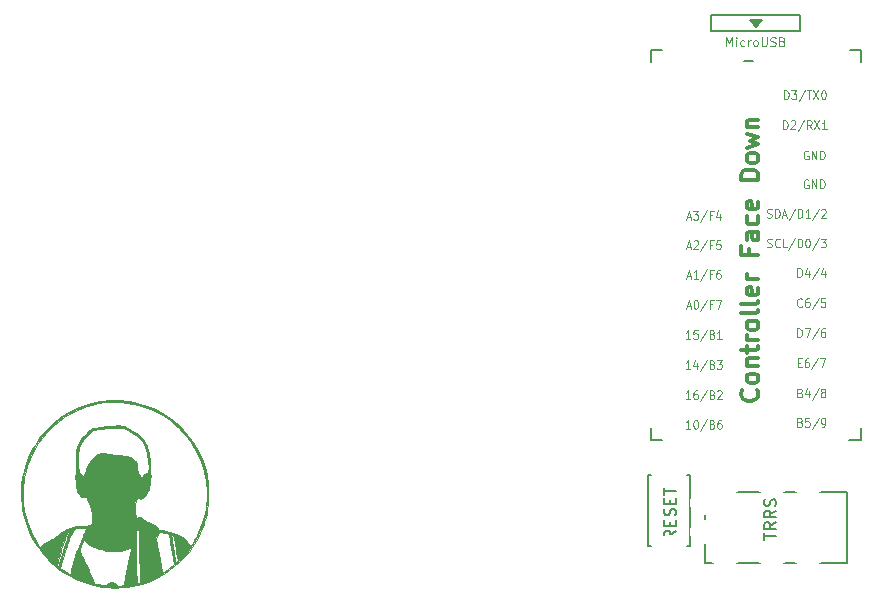
<source format=gto>
G04 #@! TF.GenerationSoftware,KiCad,Pcbnew,(5.1.12-1-10_14)*
G04 #@! TF.CreationDate,2021-11-11T12:16:40-05:00*
G04 #@! TF.ProjectId,ferris-sweep-compact,66657272-6973-42d7-9377-6565702d636f,0.1*
G04 #@! TF.SameCoordinates,Original*
G04 #@! TF.FileFunction,Legend,Top*
G04 #@! TF.FilePolarity,Positive*
%FSLAX46Y46*%
G04 Gerber Fmt 4.6, Leading zero omitted, Abs format (unit mm)*
G04 Created by KiCad (PCBNEW (5.1.12-1-10_14)) date 2021-11-11 12:16:40*
%MOMM*%
%LPD*%
G01*
G04 APERTURE LIST*
%ADD10C,0.300000*%
%ADD11C,0.010000*%
%ADD12C,0.150000*%
%ADD13C,0.120000*%
%ADD14C,0.125000*%
%ADD15C,1.390600*%
%ADD16C,2.432000*%
%ADD17C,3.829000*%
%ADD18C,2.101800*%
%ADD19C,1.924000*%
%ADD20C,2.400000*%
%ADD21C,1.600000*%
%ADD22O,2.900000X2.100000*%
G04 APERTURE END LIST*
D10*
X134393714Y-67388000D02*
X134465142Y-67459428D01*
X134536571Y-67673714D01*
X134536571Y-67816571D01*
X134465142Y-68030857D01*
X134322285Y-68173714D01*
X134179428Y-68245142D01*
X133893714Y-68316571D01*
X133679428Y-68316571D01*
X133393714Y-68245142D01*
X133250857Y-68173714D01*
X133108000Y-68030857D01*
X133036571Y-67816571D01*
X133036571Y-67673714D01*
X133108000Y-67459428D01*
X133179428Y-67388000D01*
X134536571Y-66530857D02*
X134465142Y-66673714D01*
X134393714Y-66745142D01*
X134250857Y-66816571D01*
X133822285Y-66816571D01*
X133679428Y-66745142D01*
X133608000Y-66673714D01*
X133536571Y-66530857D01*
X133536571Y-66316571D01*
X133608000Y-66173714D01*
X133679428Y-66102285D01*
X133822285Y-66030857D01*
X134250857Y-66030857D01*
X134393714Y-66102285D01*
X134465142Y-66173714D01*
X134536571Y-66316571D01*
X134536571Y-66530857D01*
X133536571Y-65388000D02*
X134536571Y-65388000D01*
X133679428Y-65388000D02*
X133608000Y-65316571D01*
X133536571Y-65173714D01*
X133536571Y-64959428D01*
X133608000Y-64816571D01*
X133750857Y-64745142D01*
X134536571Y-64745142D01*
X133536571Y-64245142D02*
X133536571Y-63673714D01*
X133036571Y-64030857D02*
X134322285Y-64030857D01*
X134465142Y-63959428D01*
X134536571Y-63816571D01*
X134536571Y-63673714D01*
X134536571Y-63173714D02*
X133536571Y-63173714D01*
X133822285Y-63173714D02*
X133679428Y-63102285D01*
X133608000Y-63030857D01*
X133536571Y-62888000D01*
X133536571Y-62745142D01*
X134536571Y-62030857D02*
X134465142Y-62173714D01*
X134393714Y-62245142D01*
X134250857Y-62316571D01*
X133822285Y-62316571D01*
X133679428Y-62245142D01*
X133608000Y-62173714D01*
X133536571Y-62030857D01*
X133536571Y-61816571D01*
X133608000Y-61673714D01*
X133679428Y-61602285D01*
X133822285Y-61530857D01*
X134250857Y-61530857D01*
X134393714Y-61602285D01*
X134465142Y-61673714D01*
X134536571Y-61816571D01*
X134536571Y-62030857D01*
X134536571Y-60673714D02*
X134465142Y-60816571D01*
X134322285Y-60888000D01*
X133036571Y-60888000D01*
X134536571Y-59888000D02*
X134465142Y-60030857D01*
X134322285Y-60102285D01*
X133036571Y-60102285D01*
X134465142Y-58745142D02*
X134536571Y-58888000D01*
X134536571Y-59173714D01*
X134465142Y-59316571D01*
X134322285Y-59388000D01*
X133750857Y-59388000D01*
X133608000Y-59316571D01*
X133536571Y-59173714D01*
X133536571Y-58888000D01*
X133608000Y-58745142D01*
X133750857Y-58673714D01*
X133893714Y-58673714D01*
X134036571Y-59388000D01*
X134536571Y-58030857D02*
X133536571Y-58030857D01*
X133822285Y-58030857D02*
X133679428Y-57959428D01*
X133608000Y-57888000D01*
X133536571Y-57745142D01*
X133536571Y-57602285D01*
X133750857Y-55459428D02*
X133750857Y-55959428D01*
X134536571Y-55959428D02*
X133036571Y-55959428D01*
X133036571Y-55245142D01*
X134536571Y-54030857D02*
X133750857Y-54030857D01*
X133608000Y-54102285D01*
X133536571Y-54245142D01*
X133536571Y-54530857D01*
X133608000Y-54673714D01*
X134465142Y-54030857D02*
X134536571Y-54173714D01*
X134536571Y-54530857D01*
X134465142Y-54673714D01*
X134322285Y-54745142D01*
X134179428Y-54745142D01*
X134036571Y-54673714D01*
X133965142Y-54530857D01*
X133965142Y-54173714D01*
X133893714Y-54030857D01*
X134465142Y-52673714D02*
X134536571Y-52816571D01*
X134536571Y-53102285D01*
X134465142Y-53245142D01*
X134393714Y-53316571D01*
X134250857Y-53388000D01*
X133822285Y-53388000D01*
X133679428Y-53316571D01*
X133608000Y-53245142D01*
X133536571Y-53102285D01*
X133536571Y-52816571D01*
X133608000Y-52673714D01*
X134465142Y-51459428D02*
X134536571Y-51602285D01*
X134536571Y-51888000D01*
X134465142Y-52030857D01*
X134322285Y-52102285D01*
X133750857Y-52102285D01*
X133608000Y-52030857D01*
X133536571Y-51888000D01*
X133536571Y-51602285D01*
X133608000Y-51459428D01*
X133750857Y-51388000D01*
X133893714Y-51388000D01*
X134036571Y-52102285D01*
X134536571Y-49602285D02*
X133036571Y-49602285D01*
X133036571Y-49245142D01*
X133108000Y-49030857D01*
X133250857Y-48888000D01*
X133393714Y-48816571D01*
X133679428Y-48745142D01*
X133893714Y-48745142D01*
X134179428Y-48816571D01*
X134322285Y-48888000D01*
X134465142Y-49030857D01*
X134536571Y-49245142D01*
X134536571Y-49602285D01*
X134536571Y-47888000D02*
X134465142Y-48030857D01*
X134393714Y-48102285D01*
X134250857Y-48173714D01*
X133822285Y-48173714D01*
X133679428Y-48102285D01*
X133608000Y-48030857D01*
X133536571Y-47888000D01*
X133536571Y-47673714D01*
X133608000Y-47530857D01*
X133679428Y-47459428D01*
X133822285Y-47388000D01*
X134250857Y-47388000D01*
X134393714Y-47459428D01*
X134465142Y-47530857D01*
X134536571Y-47673714D01*
X134536571Y-47888000D01*
X133536571Y-46888000D02*
X134536571Y-46602285D01*
X133822285Y-46316571D01*
X134536571Y-46030857D01*
X133536571Y-45745142D01*
X133536571Y-45173714D02*
X134536571Y-45173714D01*
X133679428Y-45173714D02*
X133608000Y-45102285D01*
X133536571Y-44959428D01*
X133536571Y-44745142D01*
X133608000Y-44602285D01*
X133750857Y-44530857D01*
X134536571Y-44530857D01*
D11*
G36*
X80205384Y-68273644D02*
G01*
X80591584Y-68287539D01*
X80949829Y-68314806D01*
X81289340Y-68356768D01*
X81619337Y-68414752D01*
X81949039Y-68490081D01*
X82213880Y-68562296D01*
X82749796Y-68737791D01*
X83267392Y-68947134D01*
X83765458Y-69189439D01*
X84242786Y-69463822D01*
X84698166Y-69769396D01*
X85130391Y-70105277D01*
X85538251Y-70470579D01*
X85920538Y-70864416D01*
X86276042Y-71285902D01*
X86603556Y-71734153D01*
X86661342Y-71820489D01*
X86943369Y-72277132D01*
X87189502Y-72739144D01*
X87401054Y-73210126D01*
X87579333Y-73693675D01*
X87725651Y-74193391D01*
X87841317Y-74712871D01*
X87927642Y-75255715D01*
X87935890Y-75320964D01*
X87950046Y-75467689D01*
X87960826Y-75644977D01*
X87968227Y-75844463D01*
X87972244Y-76057779D01*
X87972872Y-76276558D01*
X87970107Y-76492433D01*
X87963944Y-76697037D01*
X87954379Y-76882003D01*
X87941406Y-77038964D01*
X87936862Y-77079231D01*
X87881705Y-77470522D01*
X87813653Y-77837180D01*
X87729782Y-78192353D01*
X87627167Y-78549192D01*
X87571885Y-78720461D01*
X87379546Y-79236925D01*
X87153442Y-79735103D01*
X86895007Y-80213675D01*
X86605679Y-80671321D01*
X86286894Y-81106722D01*
X85940086Y-81518558D01*
X85566693Y-81905508D01*
X85168151Y-82266253D01*
X84745895Y-82599473D01*
X84301361Y-82903849D01*
X83835986Y-83178059D01*
X83351205Y-83420785D01*
X82848455Y-83630706D01*
X82329171Y-83806503D01*
X81916636Y-83918346D01*
X81480154Y-84010185D01*
X81028144Y-84078959D01*
X80571012Y-84123705D01*
X80119161Y-84143459D01*
X79682996Y-84137257D01*
X79599692Y-84132884D01*
X79044698Y-84080857D01*
X78499444Y-83991630D01*
X77965477Y-83866162D01*
X77444347Y-83705410D01*
X76937602Y-83510332D01*
X76446791Y-83281886D01*
X75973462Y-83021031D01*
X75519165Y-82728725D01*
X75182266Y-82477983D01*
X75428231Y-82477983D01*
X75623615Y-82613207D01*
X75701330Y-82665766D01*
X75790974Y-82724424D01*
X75886831Y-82785668D01*
X75983185Y-82845986D01*
X76074319Y-82901867D01*
X76154518Y-82949797D01*
X76218064Y-82986264D01*
X76259242Y-83007757D01*
X76272285Y-83011766D01*
X76278577Y-82991885D01*
X76292586Y-82940093D01*
X76312743Y-82862437D01*
X76337477Y-82764962D01*
X76364683Y-82655884D01*
X76523830Y-82058526D01*
X76704789Y-81466581D01*
X76881614Y-80954969D01*
X77059698Y-80954969D01*
X77067714Y-80986256D01*
X77089957Y-81046653D01*
X77123714Y-81130054D01*
X77166269Y-81230357D01*
X77214909Y-81341456D01*
X77266918Y-81457247D01*
X77319583Y-81571627D01*
X77370190Y-81678491D01*
X77416024Y-81771735D01*
X77454370Y-81845254D01*
X77460527Y-81856384D01*
X77511167Y-81948352D01*
X77558509Y-82038164D01*
X77604624Y-82130477D01*
X77651581Y-82229945D01*
X77701453Y-82341222D01*
X77756311Y-82468964D01*
X77818225Y-82617824D01*
X77889266Y-82792457D01*
X77971506Y-82997518D01*
X77999450Y-83067621D01*
X78287235Y-83790397D01*
X78352425Y-83804824D01*
X78454790Y-83825845D01*
X78583220Y-83849789D01*
X78725036Y-83874487D01*
X78867561Y-83897765D01*
X78998115Y-83917455D01*
X79058695Y-83925767D01*
X79269929Y-83953393D01*
X79396907Y-83857284D01*
X79486759Y-83790750D01*
X79555990Y-83745118D01*
X79614265Y-83716594D01*
X79671244Y-83701382D01*
X79736593Y-83695689D01*
X79808754Y-83695538D01*
X79919523Y-83703448D01*
X80010706Y-83726951D01*
X80093687Y-83771235D01*
X80179846Y-83841488D01*
X80224923Y-83885200D01*
X80312846Y-83973627D01*
X80544837Y-83966040D01*
X80635563Y-83962598D01*
X80710747Y-83958846D01*
X80762528Y-83955239D01*
X80783030Y-83952251D01*
X80788141Y-83932352D01*
X80800293Y-83877639D01*
X80818788Y-83791521D01*
X80842926Y-83677406D01*
X80872010Y-83538703D01*
X80905340Y-83378818D01*
X80942218Y-83201161D01*
X80981944Y-83009139D01*
X81023821Y-82806161D01*
X81067150Y-82595633D01*
X81111231Y-82380966D01*
X81155366Y-82165565D01*
X81198856Y-81952840D01*
X81241003Y-81746199D01*
X81281108Y-81549049D01*
X81318472Y-81364799D01*
X81352396Y-81196856D01*
X81382182Y-81048629D01*
X81407131Y-80923526D01*
X81426544Y-80824955D01*
X81439723Y-80756323D01*
X81445968Y-80721039D01*
X81446338Y-80716955D01*
X81427140Y-80721657D01*
X81383820Y-80740228D01*
X81340461Y-80761295D01*
X81234998Y-80809904D01*
X81107637Y-80861168D01*
X80969654Y-80911210D01*
X80832325Y-80956151D01*
X80706927Y-80992114D01*
X80604735Y-81015222D01*
X80599316Y-81016161D01*
X80473645Y-81034268D01*
X80322425Y-81051158D01*
X80159184Y-81065713D01*
X79997448Y-81076816D01*
X79850744Y-81083349D01*
X79770885Y-81084615D01*
X79670672Y-81080475D01*
X79557582Y-81067430D01*
X79427004Y-81044546D01*
X79274326Y-81010888D01*
X79094938Y-80965520D01*
X78884229Y-80907508D01*
X78851301Y-80898133D01*
X78662336Y-80841620D01*
X78500848Y-80786920D01*
X78355773Y-80729391D01*
X78216048Y-80664391D01*
X78070610Y-80587276D01*
X77961143Y-80524577D01*
X77802229Y-80428522D01*
X77675152Y-80344704D01*
X77575855Y-80269920D01*
X77500281Y-80200965D01*
X77444370Y-80134633D01*
X77419981Y-80097172D01*
X77409239Y-80087698D01*
X77395315Y-80096384D01*
X77375550Y-80127584D01*
X77347285Y-80185653D01*
X77307862Y-80274944D01*
X77299309Y-80294824D01*
X77247357Y-80418999D01*
X77197545Y-80543764D01*
X77152137Y-80662875D01*
X77113401Y-80770089D01*
X77083601Y-80859164D01*
X77065004Y-80923857D01*
X77059698Y-80954969D01*
X76881614Y-80954969D01*
X76910187Y-80872301D01*
X77142655Y-80267939D01*
X77273470Y-79953315D01*
X81826581Y-79953315D01*
X81827397Y-80122617D01*
X81829279Y-80318123D01*
X81832167Y-80541779D01*
X81836003Y-80795532D01*
X81840727Y-81081326D01*
X81846281Y-81401108D01*
X81852607Y-81756824D01*
X81856835Y-81993154D01*
X81861246Y-82240734D01*
X81865453Y-82478701D01*
X81869403Y-82703918D01*
X81873042Y-82913248D01*
X81876316Y-83103552D01*
X81879173Y-83271695D01*
X81881557Y-83414539D01*
X81883417Y-83528946D01*
X81884698Y-83611779D01*
X81885347Y-83659902D01*
X81885417Y-83668577D01*
X81889437Y-83722936D01*
X81899381Y-83756274D01*
X81906100Y-83761384D01*
X81934334Y-83756890D01*
X81988532Y-83745120D01*
X82055375Y-83729014D01*
X82184244Y-83696643D01*
X82171787Y-83352898D01*
X82169413Y-83282374D01*
X82166091Y-83176212D01*
X82161919Y-83037837D01*
X82156997Y-82870674D01*
X82151421Y-82678149D01*
X82145289Y-82463686D01*
X82138700Y-82230710D01*
X82131751Y-81982648D01*
X82124541Y-81722923D01*
X82117167Y-81454961D01*
X82109730Y-81182307D01*
X82102466Y-80917823D01*
X82095336Y-80664003D01*
X82088426Y-80423628D01*
X82081823Y-80199481D01*
X82075615Y-79994342D01*
X82074305Y-79952364D01*
X83566919Y-79952364D01*
X83733237Y-81021605D01*
X83766247Y-81232052D01*
X83799298Y-81439438D01*
X83831586Y-81638946D01*
X83862311Y-81825762D01*
X83890670Y-81995070D01*
X83915862Y-82142053D01*
X83937085Y-82261896D01*
X83953537Y-82349784D01*
X83958444Y-82374154D01*
X83981350Y-82484371D01*
X84003322Y-82590127D01*
X84022223Y-82681142D01*
X84035920Y-82747136D01*
X84038595Y-82760038D01*
X84052844Y-82816994D01*
X84066850Y-82854240D01*
X84074278Y-82862615D01*
X84094632Y-82852290D01*
X84141569Y-82823760D01*
X84209287Y-82780693D01*
X84291988Y-82726754D01*
X84350004Y-82688287D01*
X84444399Y-82623917D01*
X84546390Y-82551992D01*
X84650906Y-82476351D01*
X84752875Y-82400831D01*
X84847225Y-82329268D01*
X84928887Y-82265500D01*
X84992789Y-82213363D01*
X85033859Y-82176696D01*
X85046908Y-82160969D01*
X85044737Y-82138391D01*
X85035902Y-82082130D01*
X85021234Y-81996853D01*
X85001567Y-81887230D01*
X84977731Y-81757928D01*
X84950559Y-81613616D01*
X84932972Y-81521622D01*
X84898045Y-81332516D01*
X84860653Y-81117110D01*
X84822816Y-80887927D01*
X84786555Y-80657485D01*
X84753888Y-80438305D01*
X84727298Y-80246439D01*
X84706699Y-80091428D01*
X84687461Y-79949166D01*
X84670221Y-79824189D01*
X84655620Y-79721029D01*
X84650251Y-79684608D01*
X84816463Y-79684608D01*
X84819553Y-79731128D01*
X84828311Y-79811123D01*
X84841976Y-79919520D01*
X84859789Y-80051249D01*
X84880989Y-80201239D01*
X84904817Y-80364418D01*
X84930512Y-80535717D01*
X84957315Y-80710063D01*
X84984465Y-80882387D01*
X85011202Y-81047616D01*
X85036768Y-81200680D01*
X85060400Y-81336508D01*
X85080044Y-81443263D01*
X85107383Y-81587106D01*
X85132165Y-81718758D01*
X85153476Y-81833255D01*
X85170398Y-81925631D01*
X85182018Y-81990923D01*
X85187419Y-82024165D01*
X85187692Y-82027021D01*
X85200607Y-82025459D01*
X85234421Y-82002045D01*
X85280500Y-81963004D01*
X85329194Y-81919109D01*
X85364921Y-81887213D01*
X85379200Y-81874840D01*
X85377280Y-81855338D01*
X85368875Y-81802472D01*
X85354867Y-81721253D01*
X85336141Y-81616694D01*
X85313580Y-81493807D01*
X85288067Y-81357603D01*
X85287673Y-81355517D01*
X85256102Y-81181722D01*
X85222147Y-80982973D01*
X85188035Y-80773118D01*
X85155995Y-80566008D01*
X85128255Y-80375491D01*
X85118332Y-80303077D01*
X85099143Y-80162480D01*
X85080994Y-80034676D01*
X85064663Y-79924754D01*
X85050931Y-79837802D01*
X85040577Y-79778908D01*
X85034380Y-79753162D01*
X85034013Y-79752601D01*
X85005252Y-79734040D01*
X84957924Y-79713828D01*
X84903848Y-79695659D01*
X84854839Y-79683225D01*
X84822717Y-79680221D01*
X84816463Y-79684608D01*
X84650251Y-79684608D01*
X84644297Y-79644222D01*
X84636890Y-79598302D01*
X84634316Y-79586880D01*
X84612438Y-79579696D01*
X84559351Y-79567100D01*
X84481719Y-79550370D01*
X84386205Y-79530785D01*
X84279475Y-79509621D01*
X84168192Y-79488157D01*
X84059020Y-79467672D01*
X83958623Y-79449443D01*
X83873665Y-79434747D01*
X83810810Y-79424864D01*
X83776723Y-79421071D01*
X83772577Y-79421618D01*
X83763299Y-79443279D01*
X83742852Y-79494574D01*
X83713942Y-79568609D01*
X83679276Y-79658488D01*
X83666064Y-79692990D01*
X83566919Y-79952364D01*
X82074305Y-79952364D01*
X82069889Y-79810993D01*
X82064731Y-79652216D01*
X82060230Y-79520792D01*
X82056472Y-79419502D01*
X82053544Y-79351128D01*
X82051534Y-79318452D01*
X82051237Y-79316384D01*
X82033158Y-79262345D01*
X82004870Y-79241223D01*
X81955775Y-79246865D01*
X81939605Y-79251552D01*
X81921231Y-79257282D01*
X81904686Y-79263919D01*
X81889911Y-79273409D01*
X81876846Y-79287698D01*
X81865435Y-79308731D01*
X81855617Y-79338455D01*
X81847334Y-79378815D01*
X81840527Y-79431757D01*
X81835138Y-79499228D01*
X81831107Y-79583173D01*
X81828377Y-79685539D01*
X81826887Y-79808271D01*
X81826581Y-79953315D01*
X77273470Y-79953315D01*
X77318635Y-79844691D01*
X77384876Y-79689723D01*
X77446783Y-79544638D01*
X77502548Y-79413696D01*
X77550360Y-79301157D01*
X77588410Y-79211281D01*
X77614888Y-79148328D01*
X77627985Y-79116558D01*
X77628537Y-79115135D01*
X77637410Y-79086236D01*
X77628526Y-79075238D01*
X77593487Y-79077716D01*
X77566039Y-79082202D01*
X77506358Y-79085712D01*
X77425428Y-79082110D01*
X77340270Y-79072185D01*
X77336281Y-79071549D01*
X77257427Y-79060805D01*
X77188130Y-79057397D01*
X77113975Y-79061645D01*
X77020545Y-79073868D01*
X76985370Y-79079334D01*
X76869204Y-79100029D01*
X76781749Y-79122641D01*
X76712733Y-79151792D01*
X76651883Y-79192109D01*
X76588928Y-79248216D01*
X76571049Y-79265859D01*
X76520823Y-79327422D01*
X76460957Y-79419160D01*
X76394893Y-79534426D01*
X76326070Y-79666572D01*
X76257929Y-79808953D01*
X76193910Y-79954920D01*
X76137455Y-80097827D01*
X76130260Y-80117461D01*
X76075170Y-80272487D01*
X76015934Y-80444695D01*
X75953794Y-80630035D01*
X75889994Y-80824457D01*
X75825776Y-81023909D01*
X75762382Y-81224343D01*
X75701055Y-81421707D01*
X75643037Y-81611952D01*
X75589572Y-81791026D01*
X75541901Y-81954880D01*
X75501268Y-82099463D01*
X75468915Y-82220725D01*
X75446083Y-82314615D01*
X75434017Y-82377084D01*
X75432507Y-82391876D01*
X75428231Y-82477983D01*
X75182266Y-82477983D01*
X75085448Y-82405925D01*
X74898355Y-82245765D01*
X75145984Y-82245765D01*
X75187936Y-82290421D01*
X75224004Y-82321931D01*
X75251903Y-82335077D01*
X75251944Y-82335077D01*
X75265450Y-82317316D01*
X75284211Y-82269437D01*
X75305359Y-82199543D01*
X75319400Y-82144577D01*
X75380467Y-81905573D01*
X75457420Y-81634574D01*
X75550626Y-81330318D01*
X75613793Y-81133461D01*
X75659934Y-80990366D01*
X75711090Y-80829391D01*
X75762315Y-80666237D01*
X75808666Y-80516605D01*
X75828509Y-80451629D01*
X75882827Y-80287035D01*
X75951406Y-80101410D01*
X76029437Y-79906344D01*
X76112105Y-79713427D01*
X76194599Y-79534249D01*
X76272107Y-79380400D01*
X76277269Y-79370791D01*
X76332278Y-79268890D01*
X76261254Y-79298470D01*
X76142838Y-79361555D01*
X76055060Y-79441138D01*
X76019401Y-79490607D01*
X75975248Y-79572641D01*
X75923041Y-79688573D01*
X75864104Y-79834366D01*
X75799760Y-80005983D01*
X75731332Y-80199386D01*
X75660143Y-80410537D01*
X75587516Y-80635400D01*
X75514775Y-80869938D01*
X75443242Y-81110112D01*
X75374241Y-81351886D01*
X75309095Y-81591223D01*
X75249127Y-81824085D01*
X75232292Y-81892287D01*
X75145984Y-82245765D01*
X74898355Y-82245765D01*
X74673860Y-82053589D01*
X74285949Y-81672676D01*
X73923264Y-81264143D01*
X73587353Y-80828948D01*
X73279766Y-80368050D01*
X73143206Y-80138957D01*
X72888255Y-79655927D01*
X72668763Y-79158223D01*
X72484899Y-78647952D01*
X72336829Y-78127217D01*
X72224722Y-77598125D01*
X72148745Y-77062779D01*
X72109067Y-76523285D01*
X72107149Y-76200000D01*
X72264270Y-76200000D01*
X72268483Y-76531330D01*
X72282323Y-76834922D01*
X72307044Y-77121208D01*
X72343902Y-77400620D01*
X72394152Y-77683590D01*
X72459049Y-77980550D01*
X72497457Y-78137833D01*
X72613634Y-78543510D01*
X72758659Y-78956339D01*
X72928649Y-79367753D01*
X73119719Y-79769182D01*
X73327984Y-80152058D01*
X73549559Y-80507812D01*
X73616069Y-80605140D01*
X73718678Y-80752033D01*
X73918916Y-80549805D01*
X74012326Y-80458025D01*
X74088036Y-80390283D01*
X74153446Y-80340664D01*
X74215954Y-80303256D01*
X74246154Y-80288343D01*
X74431051Y-80201551D01*
X74583652Y-80128547D01*
X74707458Y-80067445D01*
X74805970Y-80016363D01*
X74882688Y-79973414D01*
X74941114Y-79936716D01*
X74984747Y-79904383D01*
X75017090Y-79874531D01*
X75019308Y-79872180D01*
X75120324Y-79768444D01*
X75217809Y-79679330D01*
X75319388Y-79599404D01*
X75432691Y-79523236D01*
X75565344Y-79445390D01*
X75724975Y-79360435D01*
X75770154Y-79337367D01*
X76029754Y-79213699D01*
X76282189Y-79109144D01*
X76523878Y-79024653D01*
X76751244Y-78961176D01*
X76960708Y-78919666D01*
X77148691Y-78901073D01*
X77311615Y-78906349D01*
X77362538Y-78914102D01*
X77419291Y-78922862D01*
X77474633Y-78925691D01*
X77538657Y-78922048D01*
X77621455Y-78911393D01*
X77724000Y-78894741D01*
X77819358Y-78877780D01*
X77902200Y-78861719D01*
X77964063Y-78848290D01*
X77996482Y-78839227D01*
X77997538Y-78838749D01*
X78023962Y-78813969D01*
X78057546Y-78767531D01*
X78073550Y-78740791D01*
X78090212Y-78708979D01*
X78102380Y-78677654D01*
X78110772Y-78640165D01*
X78116110Y-78589863D01*
X78119115Y-78520098D01*
X78120506Y-78424221D01*
X78120989Y-78302951D01*
X78120165Y-78152951D01*
X78116479Y-78031165D01*
X78109153Y-77926785D01*
X78097409Y-77829003D01*
X78080469Y-77727013D01*
X78078930Y-77718694D01*
X78063492Y-77637483D01*
X78049118Y-77569253D01*
X78033526Y-77507338D01*
X78014434Y-77445072D01*
X77989557Y-77375787D01*
X77956614Y-77292818D01*
X77913321Y-77189499D01*
X77857396Y-77059161D01*
X77836541Y-77010846D01*
X77788432Y-76898581D01*
X77741015Y-76786375D01*
X77698631Y-76684611D01*
X77665625Y-76603671D01*
X77655126Y-76577160D01*
X77626110Y-76506225D01*
X77605001Y-76466135D01*
X77587264Y-76450694D01*
X77568362Y-76453705D01*
X77565739Y-76455045D01*
X77517749Y-76467699D01*
X77444915Y-76472379D01*
X77360647Y-76469087D01*
X77278355Y-76457826D01*
X77264846Y-76454967D01*
X77216957Y-76438102D01*
X77168021Y-76405988D01*
X77109735Y-76352396D01*
X77064187Y-76304489D01*
X76997237Y-76228558D01*
X76945915Y-76160026D01*
X76905556Y-76089516D01*
X76871497Y-76007650D01*
X76839076Y-75905051D01*
X76807978Y-75789321D01*
X76766530Y-75591025D01*
X76735577Y-75362098D01*
X76715853Y-75109748D01*
X76708092Y-74841183D01*
X76708000Y-74808085D01*
X76708978Y-74703494D01*
X76712752Y-74628561D01*
X76720577Y-74573901D01*
X76733710Y-74530125D01*
X76749970Y-74494491D01*
X76763482Y-74466608D01*
X76773474Y-74439388D01*
X76780211Y-74407156D01*
X76783960Y-74364239D01*
X76784985Y-74304963D01*
X76783553Y-74223653D01*
X76779929Y-74114637D01*
X76774393Y-73972615D01*
X76769331Y-73820589D01*
X76765030Y-73642345D01*
X76761699Y-73450739D01*
X76759545Y-73258625D01*
X76758777Y-73078860D01*
X76758828Y-73051659D01*
X76911255Y-73051659D01*
X76912403Y-73149993D01*
X76916542Y-73269382D01*
X76922770Y-73405585D01*
X76930823Y-73552523D01*
X76940936Y-73707262D01*
X76952230Y-73858050D01*
X76963825Y-73993137D01*
X76974707Y-74099606D01*
X76988157Y-74210425D01*
X76999707Y-74288816D01*
X77010925Y-74341272D01*
X77023381Y-74374290D01*
X77038644Y-74394362D01*
X77047651Y-74401458D01*
X77080570Y-74427740D01*
X77132063Y-74472949D01*
X77192715Y-74528745D01*
X77213078Y-74548005D01*
X77298489Y-74635315D01*
X77357087Y-74710956D01*
X77395191Y-74783981D01*
X77411367Y-74832181D01*
X77419851Y-74853440D01*
X77427197Y-74845056D01*
X77435236Y-74803211D01*
X77439399Y-74773692D01*
X77466876Y-74621796D01*
X77509752Y-74450791D01*
X77564939Y-74269008D01*
X77629351Y-74084776D01*
X77699900Y-73906424D01*
X77773500Y-73742282D01*
X77847063Y-73600681D01*
X77912722Y-73496544D01*
X77970633Y-73421805D01*
X78045881Y-73333419D01*
X78131714Y-73238463D01*
X78221378Y-73144016D01*
X78308118Y-73057154D01*
X78385181Y-72984955D01*
X78445813Y-72934497D01*
X78456025Y-72927189D01*
X78577108Y-72859407D01*
X78723027Y-72802335D01*
X78879906Y-72761338D01*
X78889723Y-72759439D01*
X78962747Y-72751198D01*
X79049255Y-72753211D01*
X79160290Y-72765842D01*
X79182800Y-72769132D01*
X79278427Y-72783187D01*
X79371712Y-72796437D01*
X79447859Y-72806798D01*
X79472692Y-72809975D01*
X79534394Y-72818973D01*
X79620725Y-72833352D01*
X79718005Y-72850779D01*
X79775538Y-72861649D01*
X79870252Y-72876899D01*
X79990790Y-72891819D01*
X80123914Y-72905001D01*
X80256386Y-72915040D01*
X80303077Y-72917701D01*
X80449073Y-72927440D01*
X80603443Y-72941775D01*
X80759624Y-72959725D01*
X80911052Y-72980309D01*
X81051167Y-73002548D01*
X81173404Y-73025461D01*
X81271202Y-73048067D01*
X81337997Y-73069386D01*
X81347816Y-73073775D01*
X81406064Y-73108062D01*
X81483968Y-73164242D01*
X81583845Y-73244115D01*
X81708012Y-73349484D01*
X81754568Y-73390031D01*
X81809433Y-73450298D01*
X81850500Y-73526177D01*
X81880658Y-73625052D01*
X81902801Y-73754305D01*
X81905417Y-73775170D01*
X81923075Y-73921544D01*
X81937346Y-74035784D01*
X81949909Y-74124503D01*
X81962441Y-74194314D01*
X81976621Y-74251829D01*
X81994128Y-74303663D01*
X82016639Y-74356429D01*
X82045834Y-74416738D01*
X82083390Y-74491205D01*
X82090946Y-74506183D01*
X82142289Y-74609826D01*
X82177803Y-74687154D01*
X82200307Y-74746190D01*
X82212618Y-74794962D01*
X82217554Y-74841495D01*
X82218145Y-74868448D01*
X82220357Y-74930237D01*
X82226968Y-74955744D01*
X82237384Y-74949538D01*
X82254241Y-74910299D01*
X82256624Y-74894925D01*
X82268081Y-74864153D01*
X82297940Y-74811865D01*
X82340035Y-74746935D01*
X82388202Y-74678238D01*
X82436276Y-74614647D01*
X82478093Y-74565035D01*
X82501489Y-74542458D01*
X82569279Y-74502410D01*
X82655152Y-74469397D01*
X82742389Y-74448628D01*
X82813620Y-74445229D01*
X82879327Y-74452900D01*
X82893219Y-74286123D01*
X82901107Y-74085885D01*
X82894465Y-73850407D01*
X82873384Y-73580683D01*
X82837957Y-73277712D01*
X82788275Y-72942488D01*
X82745723Y-72692846D01*
X82718034Y-72569422D01*
X82677119Y-72428309D01*
X82626305Y-72277997D01*
X82568919Y-72126975D01*
X82508288Y-71983733D01*
X82447740Y-71856760D01*
X82390601Y-71754545D01*
X82360700Y-71710438D01*
X82330657Y-71677796D01*
X82276036Y-71625600D01*
X82202531Y-71559006D01*
X82115833Y-71483173D01*
X82021636Y-71403258D01*
X82021460Y-71403111D01*
X81897645Y-71301700D01*
X81794051Y-71221927D01*
X81702792Y-71158278D01*
X81615985Y-71105242D01*
X81529566Y-71059219D01*
X81433628Y-71008747D01*
X81336531Y-70953702D01*
X81252066Y-70902081D01*
X81210525Y-70874191D01*
X81140300Y-70828506D01*
X81048919Y-70775126D01*
X80950892Y-70722333D01*
X80898334Y-70696031D01*
X80813741Y-70655688D01*
X80750198Y-70628731D01*
X80695200Y-70612160D01*
X80636247Y-70602970D01*
X80560833Y-70598160D01*
X80479347Y-70595422D01*
X80336881Y-70594586D01*
X80162071Y-70599239D01*
X79961186Y-70608853D01*
X79740495Y-70622901D01*
X79506265Y-70640855D01*
X79264765Y-70662187D01*
X79022262Y-70686368D01*
X78785024Y-70712871D01*
X78559319Y-70741168D01*
X78351416Y-70770731D01*
X78296752Y-70779243D01*
X78223408Y-70804654D01*
X78133636Y-70857903D01*
X78033223Y-70934684D01*
X77927960Y-71030688D01*
X77850671Y-71111215D01*
X77771715Y-71194260D01*
X77683504Y-71280878D01*
X77599436Y-71358150D01*
X77557812Y-71393629D01*
X77498989Y-71443512D01*
X77449091Y-71491379D01*
X77403606Y-71543377D01*
X77358025Y-71605652D01*
X77307839Y-71684352D01*
X77248538Y-71785623D01*
X77178001Y-71911307D01*
X77113881Y-72031728D01*
X77064078Y-72139175D01*
X77025549Y-72243549D01*
X76995254Y-72354753D01*
X76970152Y-72482686D01*
X76947203Y-72637251D01*
X76941367Y-72681831D01*
X76928152Y-72789465D01*
X76918889Y-72880747D01*
X76913337Y-72965027D01*
X76911255Y-73051659D01*
X76758828Y-73051659D01*
X76758897Y-73015231D01*
X76760098Y-72836151D01*
X76762938Y-72689783D01*
X76768619Y-72569761D01*
X76778343Y-72469721D01*
X76793311Y-72383300D01*
X76814725Y-72304133D01*
X76843788Y-72225857D01*
X76881701Y-72142108D01*
X76929667Y-72046522D01*
X76948849Y-72009483D01*
X76997868Y-71913305D01*
X77043341Y-71820645D01*
X77080472Y-71741495D01*
X77104467Y-71685850D01*
X77105927Y-71682050D01*
X77147285Y-71596889D01*
X77209289Y-71510074D01*
X77296195Y-71416645D01*
X77412256Y-71311644D01*
X77453094Y-71277395D01*
X77532459Y-71207374D01*
X77609461Y-71131876D01*
X77673125Y-71062008D01*
X77701103Y-71026366D01*
X77805556Y-70891064D01*
X77906196Y-70788285D01*
X78010698Y-70713201D01*
X78126737Y-70660986D01*
X78261986Y-70626813D01*
X78359000Y-70612551D01*
X78532734Y-70589939D01*
X78728637Y-70560774D01*
X78930848Y-70527502D01*
X79062384Y-70504053D01*
X79140731Y-70492523D01*
X79247696Y-70480896D01*
X79372838Y-70470094D01*
X79505710Y-70461041D01*
X79609461Y-70455723D01*
X79739100Y-70449253D01*
X79867432Y-70441201D01*
X79984583Y-70432306D01*
X80080678Y-70423305D01*
X80137000Y-70416336D01*
X80362786Y-70400065D01*
X80583492Y-70420517D01*
X80801347Y-70478259D01*
X81018584Y-70573857D01*
X81209065Y-70688433D01*
X81298787Y-70744976D01*
X81399568Y-70802417D01*
X81491630Y-70849561D01*
X81503481Y-70855060D01*
X81578831Y-70890900D01*
X81647791Y-70927773D01*
X81716362Y-70969828D01*
X81790546Y-71021212D01*
X81876342Y-71086073D01*
X81979751Y-71168560D01*
X82101375Y-71268354D01*
X82229443Y-71375335D01*
X82331845Y-71464956D01*
X82413635Y-71544007D01*
X82479867Y-71619279D01*
X82535593Y-71697564D01*
X82585869Y-71785652D01*
X82635748Y-71890335D01*
X82690283Y-72018403D01*
X82727529Y-72109756D01*
X82767729Y-72210530D01*
X82801004Y-72298697D01*
X82828874Y-72380542D01*
X82852862Y-72462350D01*
X82874488Y-72550404D01*
X82895272Y-72650990D01*
X82916737Y-72770393D01*
X82940403Y-72914896D01*
X82967792Y-73090785D01*
X82972687Y-73122692D01*
X82992594Y-73255110D01*
X83008541Y-73369165D01*
X83021132Y-73472486D01*
X83030969Y-73572705D01*
X83038657Y-73677453D01*
X83044797Y-73794358D01*
X83049994Y-73931053D01*
X83054851Y-74095168D01*
X83057479Y-74195303D01*
X83060960Y-74357405D01*
X83063129Y-74515578D01*
X83063986Y-74663258D01*
X83063534Y-74793884D01*
X83061774Y-74900893D01*
X83058707Y-74977722D01*
X83057314Y-74996380D01*
X83042396Y-75131161D01*
X83021532Y-75278336D01*
X82996600Y-75427360D01*
X82969480Y-75567688D01*
X82942051Y-75688775D01*
X82919434Y-75770154D01*
X82858973Y-75926521D01*
X82779482Y-76081792D01*
X82686094Y-76228796D01*
X82583940Y-76360359D01*
X82478152Y-76469311D01*
X82373863Y-76548479D01*
X82354500Y-76559638D01*
X82288307Y-76592121D01*
X82234507Y-76606440D01*
X82173448Y-76606797D01*
X82145610Y-76604286D01*
X82075890Y-76592394D01*
X82015601Y-76574181D01*
X81992328Y-76562717D01*
X81970822Y-76549338D01*
X81953809Y-76544734D01*
X81938354Y-76553590D01*
X81921521Y-76580596D01*
X81900378Y-76630436D01*
X81871988Y-76707799D01*
X81834088Y-76815461D01*
X81758692Y-77030384D01*
X81759016Y-77421154D01*
X81759711Y-77564577D01*
X81762085Y-77679085D01*
X81766974Y-77774826D01*
X81775211Y-77861952D01*
X81787630Y-77950614D01*
X81805066Y-78050962D01*
X81815221Y-78105000D01*
X81835799Y-78210122D01*
X81855150Y-78303914D01*
X81871590Y-78378566D01*
X81883431Y-78426266D01*
X81886929Y-78437154D01*
X81902754Y-78476231D01*
X81904101Y-78437154D01*
X81917648Y-78352021D01*
X81948880Y-78270902D01*
X81992430Y-78201390D01*
X82042935Y-78151077D01*
X82095030Y-78127556D01*
X82122039Y-78128694D01*
X82182884Y-78153740D01*
X82261996Y-78200155D01*
X82350078Y-78261615D01*
X82437831Y-78331791D01*
X82490874Y-78379642D01*
X82535918Y-78420582D01*
X82579910Y-78454417D01*
X82630273Y-78485152D01*
X82694433Y-78516792D01*
X82779814Y-78553342D01*
X82893840Y-78598806D01*
X82905962Y-78603551D01*
X83038351Y-78656934D01*
X83143574Y-78703753D01*
X83231731Y-78749195D01*
X83312926Y-78798448D01*
X83393023Y-78853643D01*
X83514328Y-78943389D01*
X83604844Y-79016349D01*
X83667540Y-79075423D01*
X83705382Y-79123509D01*
X83721338Y-79163508D01*
X83722307Y-79175273D01*
X83725639Y-79205470D01*
X83740822Y-79225559D01*
X83775643Y-79239669D01*
X83837886Y-79251931D01*
X83878615Y-79258199D01*
X83979678Y-79275564D01*
X84108284Y-79301215D01*
X84255537Y-79333047D01*
X84412538Y-79368954D01*
X84570392Y-79406830D01*
X84720200Y-79444571D01*
X84853067Y-79480071D01*
X84960094Y-79511224D01*
X84994457Y-79522257D01*
X85189078Y-79593030D01*
X85379967Y-79673131D01*
X85557075Y-79757916D01*
X85710353Y-79842746D01*
X85769997Y-79880441D01*
X85900439Y-79981005D01*
X86038314Y-80114600D01*
X86185335Y-80282958D01*
X86257272Y-80373542D01*
X86331728Y-80467800D01*
X86387385Y-80533103D01*
X86427545Y-80572725D01*
X86455508Y-80589937D01*
X86474018Y-80588370D01*
X86497006Y-80563185D01*
X86535360Y-80508746D01*
X86586007Y-80430251D01*
X86645872Y-80332898D01*
X86711881Y-80221883D01*
X86780960Y-80102406D01*
X86850034Y-79979663D01*
X86916030Y-79858852D01*
X86975872Y-79745171D01*
X86995235Y-79707154D01*
X87199978Y-79270696D01*
X87373780Y-78833274D01*
X87518693Y-78388087D01*
X87636772Y-77928339D01*
X87730067Y-77447229D01*
X87779865Y-77108538D01*
X87790621Y-77016976D01*
X87799067Y-76922985D01*
X87805432Y-76820529D01*
X87809945Y-76703572D01*
X87812833Y-76566078D01*
X87814325Y-76402011D01*
X87814651Y-76205336D01*
X87814636Y-76190231D01*
X87813702Y-75974547D01*
X87811034Y-75790349D01*
X87806040Y-75630064D01*
X87798124Y-75486117D01*
X87786692Y-75350934D01*
X87771150Y-75216942D01*
X87750905Y-75076565D01*
X87725362Y-74922231D01*
X87707056Y-74818724D01*
X87591884Y-74286972D01*
X87440737Y-73768383D01*
X87254926Y-73264476D01*
X87035758Y-72776770D01*
X86784543Y-72306783D01*
X86502589Y-71856035D01*
X86191206Y-71426044D01*
X85851703Y-71018329D01*
X85485388Y-70634410D01*
X85093571Y-70275805D01*
X84677560Y-69944032D01*
X84238665Y-69640612D01*
X83778194Y-69367062D01*
X83297456Y-69124902D01*
X82797761Y-68915650D01*
X82540468Y-68823588D01*
X82043391Y-68673711D01*
X81541769Y-68558959D01*
X81031897Y-68478816D01*
X80510070Y-68432765D01*
X79972582Y-68420290D01*
X79692754Y-68426632D01*
X79156728Y-68465780D01*
X78630048Y-68541950D01*
X78114141Y-68653899D01*
X77610437Y-68800382D01*
X77120363Y-68980155D01*
X76645348Y-69191974D01*
X76186821Y-69434596D01*
X75746211Y-69706775D01*
X75324945Y-70007268D01*
X74924453Y-70334831D01*
X74546163Y-70688219D01*
X74191503Y-71066189D01*
X73861903Y-71467496D01*
X73558790Y-71890897D01*
X73283594Y-72335147D01*
X73037742Y-72799002D01*
X72822664Y-73281218D01*
X72639788Y-73780550D01*
X72490542Y-74295756D01*
X72382225Y-74793231D01*
X72347130Y-74993628D01*
X72319399Y-75175653D01*
X72298267Y-75348437D01*
X72282968Y-75521112D01*
X72272736Y-75702812D01*
X72266806Y-75902666D01*
X72264411Y-76129809D01*
X72264270Y-76200000D01*
X72107149Y-76200000D01*
X72105853Y-75981747D01*
X72139274Y-75440271D01*
X72209495Y-74900962D01*
X72316684Y-74365924D01*
X72461011Y-73837262D01*
X72607152Y-73410086D01*
X72816568Y-72905541D01*
X73059497Y-72419263D01*
X73334343Y-71952673D01*
X73639509Y-71507189D01*
X73973399Y-71084230D01*
X74334416Y-70685215D01*
X74720964Y-70311562D01*
X75131447Y-69964691D01*
X75564269Y-69646021D01*
X76017832Y-69356970D01*
X76490541Y-69098957D01*
X76980799Y-68873402D01*
X77487010Y-68681722D01*
X78007577Y-68525338D01*
X78140810Y-68491672D01*
X78476340Y-68416215D01*
X78796266Y-68357749D01*
X79110743Y-68315200D01*
X79429926Y-68287496D01*
X79763970Y-68273566D01*
X80123030Y-68272335D01*
X80205384Y-68273644D01*
G37*
X80205384Y-68273644D02*
X80591584Y-68287539D01*
X80949829Y-68314806D01*
X81289340Y-68356768D01*
X81619337Y-68414752D01*
X81949039Y-68490081D01*
X82213880Y-68562296D01*
X82749796Y-68737791D01*
X83267392Y-68947134D01*
X83765458Y-69189439D01*
X84242786Y-69463822D01*
X84698166Y-69769396D01*
X85130391Y-70105277D01*
X85538251Y-70470579D01*
X85920538Y-70864416D01*
X86276042Y-71285902D01*
X86603556Y-71734153D01*
X86661342Y-71820489D01*
X86943369Y-72277132D01*
X87189502Y-72739144D01*
X87401054Y-73210126D01*
X87579333Y-73693675D01*
X87725651Y-74193391D01*
X87841317Y-74712871D01*
X87927642Y-75255715D01*
X87935890Y-75320964D01*
X87950046Y-75467689D01*
X87960826Y-75644977D01*
X87968227Y-75844463D01*
X87972244Y-76057779D01*
X87972872Y-76276558D01*
X87970107Y-76492433D01*
X87963944Y-76697037D01*
X87954379Y-76882003D01*
X87941406Y-77038964D01*
X87936862Y-77079231D01*
X87881705Y-77470522D01*
X87813653Y-77837180D01*
X87729782Y-78192353D01*
X87627167Y-78549192D01*
X87571885Y-78720461D01*
X87379546Y-79236925D01*
X87153442Y-79735103D01*
X86895007Y-80213675D01*
X86605679Y-80671321D01*
X86286894Y-81106722D01*
X85940086Y-81518558D01*
X85566693Y-81905508D01*
X85168151Y-82266253D01*
X84745895Y-82599473D01*
X84301361Y-82903849D01*
X83835986Y-83178059D01*
X83351205Y-83420785D01*
X82848455Y-83630706D01*
X82329171Y-83806503D01*
X81916636Y-83918346D01*
X81480154Y-84010185D01*
X81028144Y-84078959D01*
X80571012Y-84123705D01*
X80119161Y-84143459D01*
X79682996Y-84137257D01*
X79599692Y-84132884D01*
X79044698Y-84080857D01*
X78499444Y-83991630D01*
X77965477Y-83866162D01*
X77444347Y-83705410D01*
X76937602Y-83510332D01*
X76446791Y-83281886D01*
X75973462Y-83021031D01*
X75519165Y-82728725D01*
X75182266Y-82477983D01*
X75428231Y-82477983D01*
X75623615Y-82613207D01*
X75701330Y-82665766D01*
X75790974Y-82724424D01*
X75886831Y-82785668D01*
X75983185Y-82845986D01*
X76074319Y-82901867D01*
X76154518Y-82949797D01*
X76218064Y-82986264D01*
X76259242Y-83007757D01*
X76272285Y-83011766D01*
X76278577Y-82991885D01*
X76292586Y-82940093D01*
X76312743Y-82862437D01*
X76337477Y-82764962D01*
X76364683Y-82655884D01*
X76523830Y-82058526D01*
X76704789Y-81466581D01*
X76881614Y-80954969D01*
X77059698Y-80954969D01*
X77067714Y-80986256D01*
X77089957Y-81046653D01*
X77123714Y-81130054D01*
X77166269Y-81230357D01*
X77214909Y-81341456D01*
X77266918Y-81457247D01*
X77319583Y-81571627D01*
X77370190Y-81678491D01*
X77416024Y-81771735D01*
X77454370Y-81845254D01*
X77460527Y-81856384D01*
X77511167Y-81948352D01*
X77558509Y-82038164D01*
X77604624Y-82130477D01*
X77651581Y-82229945D01*
X77701453Y-82341222D01*
X77756311Y-82468964D01*
X77818225Y-82617824D01*
X77889266Y-82792457D01*
X77971506Y-82997518D01*
X77999450Y-83067621D01*
X78287235Y-83790397D01*
X78352425Y-83804824D01*
X78454790Y-83825845D01*
X78583220Y-83849789D01*
X78725036Y-83874487D01*
X78867561Y-83897765D01*
X78998115Y-83917455D01*
X79058695Y-83925767D01*
X79269929Y-83953393D01*
X79396907Y-83857284D01*
X79486759Y-83790750D01*
X79555990Y-83745118D01*
X79614265Y-83716594D01*
X79671244Y-83701382D01*
X79736593Y-83695689D01*
X79808754Y-83695538D01*
X79919523Y-83703448D01*
X80010706Y-83726951D01*
X80093687Y-83771235D01*
X80179846Y-83841488D01*
X80224923Y-83885200D01*
X80312846Y-83973627D01*
X80544837Y-83966040D01*
X80635563Y-83962598D01*
X80710747Y-83958846D01*
X80762528Y-83955239D01*
X80783030Y-83952251D01*
X80788141Y-83932352D01*
X80800293Y-83877639D01*
X80818788Y-83791521D01*
X80842926Y-83677406D01*
X80872010Y-83538703D01*
X80905340Y-83378818D01*
X80942218Y-83201161D01*
X80981944Y-83009139D01*
X81023821Y-82806161D01*
X81067150Y-82595633D01*
X81111231Y-82380966D01*
X81155366Y-82165565D01*
X81198856Y-81952840D01*
X81241003Y-81746199D01*
X81281108Y-81549049D01*
X81318472Y-81364799D01*
X81352396Y-81196856D01*
X81382182Y-81048629D01*
X81407131Y-80923526D01*
X81426544Y-80824955D01*
X81439723Y-80756323D01*
X81445968Y-80721039D01*
X81446338Y-80716955D01*
X81427140Y-80721657D01*
X81383820Y-80740228D01*
X81340461Y-80761295D01*
X81234998Y-80809904D01*
X81107637Y-80861168D01*
X80969654Y-80911210D01*
X80832325Y-80956151D01*
X80706927Y-80992114D01*
X80604735Y-81015222D01*
X80599316Y-81016161D01*
X80473645Y-81034268D01*
X80322425Y-81051158D01*
X80159184Y-81065713D01*
X79997448Y-81076816D01*
X79850744Y-81083349D01*
X79770885Y-81084615D01*
X79670672Y-81080475D01*
X79557582Y-81067430D01*
X79427004Y-81044546D01*
X79274326Y-81010888D01*
X79094938Y-80965520D01*
X78884229Y-80907508D01*
X78851301Y-80898133D01*
X78662336Y-80841620D01*
X78500848Y-80786920D01*
X78355773Y-80729391D01*
X78216048Y-80664391D01*
X78070610Y-80587276D01*
X77961143Y-80524577D01*
X77802229Y-80428522D01*
X77675152Y-80344704D01*
X77575855Y-80269920D01*
X77500281Y-80200965D01*
X77444370Y-80134633D01*
X77419981Y-80097172D01*
X77409239Y-80087698D01*
X77395315Y-80096384D01*
X77375550Y-80127584D01*
X77347285Y-80185653D01*
X77307862Y-80274944D01*
X77299309Y-80294824D01*
X77247357Y-80418999D01*
X77197545Y-80543764D01*
X77152137Y-80662875D01*
X77113401Y-80770089D01*
X77083601Y-80859164D01*
X77065004Y-80923857D01*
X77059698Y-80954969D01*
X76881614Y-80954969D01*
X76910187Y-80872301D01*
X77142655Y-80267939D01*
X77273470Y-79953315D01*
X81826581Y-79953315D01*
X81827397Y-80122617D01*
X81829279Y-80318123D01*
X81832167Y-80541779D01*
X81836003Y-80795532D01*
X81840727Y-81081326D01*
X81846281Y-81401108D01*
X81852607Y-81756824D01*
X81856835Y-81993154D01*
X81861246Y-82240734D01*
X81865453Y-82478701D01*
X81869403Y-82703918D01*
X81873042Y-82913248D01*
X81876316Y-83103552D01*
X81879173Y-83271695D01*
X81881557Y-83414539D01*
X81883417Y-83528946D01*
X81884698Y-83611779D01*
X81885347Y-83659902D01*
X81885417Y-83668577D01*
X81889437Y-83722936D01*
X81899381Y-83756274D01*
X81906100Y-83761384D01*
X81934334Y-83756890D01*
X81988532Y-83745120D01*
X82055375Y-83729014D01*
X82184244Y-83696643D01*
X82171787Y-83352898D01*
X82169413Y-83282374D01*
X82166091Y-83176212D01*
X82161919Y-83037837D01*
X82156997Y-82870674D01*
X82151421Y-82678149D01*
X82145289Y-82463686D01*
X82138700Y-82230710D01*
X82131751Y-81982648D01*
X82124541Y-81722923D01*
X82117167Y-81454961D01*
X82109730Y-81182307D01*
X82102466Y-80917823D01*
X82095336Y-80664003D01*
X82088426Y-80423628D01*
X82081823Y-80199481D01*
X82075615Y-79994342D01*
X82074305Y-79952364D01*
X83566919Y-79952364D01*
X83733237Y-81021605D01*
X83766247Y-81232052D01*
X83799298Y-81439438D01*
X83831586Y-81638946D01*
X83862311Y-81825762D01*
X83890670Y-81995070D01*
X83915862Y-82142053D01*
X83937085Y-82261896D01*
X83953537Y-82349784D01*
X83958444Y-82374154D01*
X83981350Y-82484371D01*
X84003322Y-82590127D01*
X84022223Y-82681142D01*
X84035920Y-82747136D01*
X84038595Y-82760038D01*
X84052844Y-82816994D01*
X84066850Y-82854240D01*
X84074278Y-82862615D01*
X84094632Y-82852290D01*
X84141569Y-82823760D01*
X84209287Y-82780693D01*
X84291988Y-82726754D01*
X84350004Y-82688287D01*
X84444399Y-82623917D01*
X84546390Y-82551992D01*
X84650906Y-82476351D01*
X84752875Y-82400831D01*
X84847225Y-82329268D01*
X84928887Y-82265500D01*
X84992789Y-82213363D01*
X85033859Y-82176696D01*
X85046908Y-82160969D01*
X85044737Y-82138391D01*
X85035902Y-82082130D01*
X85021234Y-81996853D01*
X85001567Y-81887230D01*
X84977731Y-81757928D01*
X84950559Y-81613616D01*
X84932972Y-81521622D01*
X84898045Y-81332516D01*
X84860653Y-81117110D01*
X84822816Y-80887927D01*
X84786555Y-80657485D01*
X84753888Y-80438305D01*
X84727298Y-80246439D01*
X84706699Y-80091428D01*
X84687461Y-79949166D01*
X84670221Y-79824189D01*
X84655620Y-79721029D01*
X84650251Y-79684608D01*
X84816463Y-79684608D01*
X84819553Y-79731128D01*
X84828311Y-79811123D01*
X84841976Y-79919520D01*
X84859789Y-80051249D01*
X84880989Y-80201239D01*
X84904817Y-80364418D01*
X84930512Y-80535717D01*
X84957315Y-80710063D01*
X84984465Y-80882387D01*
X85011202Y-81047616D01*
X85036768Y-81200680D01*
X85060400Y-81336508D01*
X85080044Y-81443263D01*
X85107383Y-81587106D01*
X85132165Y-81718758D01*
X85153476Y-81833255D01*
X85170398Y-81925631D01*
X85182018Y-81990923D01*
X85187419Y-82024165D01*
X85187692Y-82027021D01*
X85200607Y-82025459D01*
X85234421Y-82002045D01*
X85280500Y-81963004D01*
X85329194Y-81919109D01*
X85364921Y-81887213D01*
X85379200Y-81874840D01*
X85377280Y-81855338D01*
X85368875Y-81802472D01*
X85354867Y-81721253D01*
X85336141Y-81616694D01*
X85313580Y-81493807D01*
X85288067Y-81357603D01*
X85287673Y-81355517D01*
X85256102Y-81181722D01*
X85222147Y-80982973D01*
X85188035Y-80773118D01*
X85155995Y-80566008D01*
X85128255Y-80375491D01*
X85118332Y-80303077D01*
X85099143Y-80162480D01*
X85080994Y-80034676D01*
X85064663Y-79924754D01*
X85050931Y-79837802D01*
X85040577Y-79778908D01*
X85034380Y-79753162D01*
X85034013Y-79752601D01*
X85005252Y-79734040D01*
X84957924Y-79713828D01*
X84903848Y-79695659D01*
X84854839Y-79683225D01*
X84822717Y-79680221D01*
X84816463Y-79684608D01*
X84650251Y-79684608D01*
X84644297Y-79644222D01*
X84636890Y-79598302D01*
X84634316Y-79586880D01*
X84612438Y-79579696D01*
X84559351Y-79567100D01*
X84481719Y-79550370D01*
X84386205Y-79530785D01*
X84279475Y-79509621D01*
X84168192Y-79488157D01*
X84059020Y-79467672D01*
X83958623Y-79449443D01*
X83873665Y-79434747D01*
X83810810Y-79424864D01*
X83776723Y-79421071D01*
X83772577Y-79421618D01*
X83763299Y-79443279D01*
X83742852Y-79494574D01*
X83713942Y-79568609D01*
X83679276Y-79658488D01*
X83666064Y-79692990D01*
X83566919Y-79952364D01*
X82074305Y-79952364D01*
X82069889Y-79810993D01*
X82064731Y-79652216D01*
X82060230Y-79520792D01*
X82056472Y-79419502D01*
X82053544Y-79351128D01*
X82051534Y-79318452D01*
X82051237Y-79316384D01*
X82033158Y-79262345D01*
X82004870Y-79241223D01*
X81955775Y-79246865D01*
X81939605Y-79251552D01*
X81921231Y-79257282D01*
X81904686Y-79263919D01*
X81889911Y-79273409D01*
X81876846Y-79287698D01*
X81865435Y-79308731D01*
X81855617Y-79338455D01*
X81847334Y-79378815D01*
X81840527Y-79431757D01*
X81835138Y-79499228D01*
X81831107Y-79583173D01*
X81828377Y-79685539D01*
X81826887Y-79808271D01*
X81826581Y-79953315D01*
X77273470Y-79953315D01*
X77318635Y-79844691D01*
X77384876Y-79689723D01*
X77446783Y-79544638D01*
X77502548Y-79413696D01*
X77550360Y-79301157D01*
X77588410Y-79211281D01*
X77614888Y-79148328D01*
X77627985Y-79116558D01*
X77628537Y-79115135D01*
X77637410Y-79086236D01*
X77628526Y-79075238D01*
X77593487Y-79077716D01*
X77566039Y-79082202D01*
X77506358Y-79085712D01*
X77425428Y-79082110D01*
X77340270Y-79072185D01*
X77336281Y-79071549D01*
X77257427Y-79060805D01*
X77188130Y-79057397D01*
X77113975Y-79061645D01*
X77020545Y-79073868D01*
X76985370Y-79079334D01*
X76869204Y-79100029D01*
X76781749Y-79122641D01*
X76712733Y-79151792D01*
X76651883Y-79192109D01*
X76588928Y-79248216D01*
X76571049Y-79265859D01*
X76520823Y-79327422D01*
X76460957Y-79419160D01*
X76394893Y-79534426D01*
X76326070Y-79666572D01*
X76257929Y-79808953D01*
X76193910Y-79954920D01*
X76137455Y-80097827D01*
X76130260Y-80117461D01*
X76075170Y-80272487D01*
X76015934Y-80444695D01*
X75953794Y-80630035D01*
X75889994Y-80824457D01*
X75825776Y-81023909D01*
X75762382Y-81224343D01*
X75701055Y-81421707D01*
X75643037Y-81611952D01*
X75589572Y-81791026D01*
X75541901Y-81954880D01*
X75501268Y-82099463D01*
X75468915Y-82220725D01*
X75446083Y-82314615D01*
X75434017Y-82377084D01*
X75432507Y-82391876D01*
X75428231Y-82477983D01*
X75182266Y-82477983D01*
X75085448Y-82405925D01*
X74898355Y-82245765D01*
X75145984Y-82245765D01*
X75187936Y-82290421D01*
X75224004Y-82321931D01*
X75251903Y-82335077D01*
X75251944Y-82335077D01*
X75265450Y-82317316D01*
X75284211Y-82269437D01*
X75305359Y-82199543D01*
X75319400Y-82144577D01*
X75380467Y-81905573D01*
X75457420Y-81634574D01*
X75550626Y-81330318D01*
X75613793Y-81133461D01*
X75659934Y-80990366D01*
X75711090Y-80829391D01*
X75762315Y-80666237D01*
X75808666Y-80516605D01*
X75828509Y-80451629D01*
X75882827Y-80287035D01*
X75951406Y-80101410D01*
X76029437Y-79906344D01*
X76112105Y-79713427D01*
X76194599Y-79534249D01*
X76272107Y-79380400D01*
X76277269Y-79370791D01*
X76332278Y-79268890D01*
X76261254Y-79298470D01*
X76142838Y-79361555D01*
X76055060Y-79441138D01*
X76019401Y-79490607D01*
X75975248Y-79572641D01*
X75923041Y-79688573D01*
X75864104Y-79834366D01*
X75799760Y-80005983D01*
X75731332Y-80199386D01*
X75660143Y-80410537D01*
X75587516Y-80635400D01*
X75514775Y-80869938D01*
X75443242Y-81110112D01*
X75374241Y-81351886D01*
X75309095Y-81591223D01*
X75249127Y-81824085D01*
X75232292Y-81892287D01*
X75145984Y-82245765D01*
X74898355Y-82245765D01*
X74673860Y-82053589D01*
X74285949Y-81672676D01*
X73923264Y-81264143D01*
X73587353Y-80828948D01*
X73279766Y-80368050D01*
X73143206Y-80138957D01*
X72888255Y-79655927D01*
X72668763Y-79158223D01*
X72484899Y-78647952D01*
X72336829Y-78127217D01*
X72224722Y-77598125D01*
X72148745Y-77062779D01*
X72109067Y-76523285D01*
X72107149Y-76200000D01*
X72264270Y-76200000D01*
X72268483Y-76531330D01*
X72282323Y-76834922D01*
X72307044Y-77121208D01*
X72343902Y-77400620D01*
X72394152Y-77683590D01*
X72459049Y-77980550D01*
X72497457Y-78137833D01*
X72613634Y-78543510D01*
X72758659Y-78956339D01*
X72928649Y-79367753D01*
X73119719Y-79769182D01*
X73327984Y-80152058D01*
X73549559Y-80507812D01*
X73616069Y-80605140D01*
X73718678Y-80752033D01*
X73918916Y-80549805D01*
X74012326Y-80458025D01*
X74088036Y-80390283D01*
X74153446Y-80340664D01*
X74215954Y-80303256D01*
X74246154Y-80288343D01*
X74431051Y-80201551D01*
X74583652Y-80128547D01*
X74707458Y-80067445D01*
X74805970Y-80016363D01*
X74882688Y-79973414D01*
X74941114Y-79936716D01*
X74984747Y-79904383D01*
X75017090Y-79874531D01*
X75019308Y-79872180D01*
X75120324Y-79768444D01*
X75217809Y-79679330D01*
X75319388Y-79599404D01*
X75432691Y-79523236D01*
X75565344Y-79445390D01*
X75724975Y-79360435D01*
X75770154Y-79337367D01*
X76029754Y-79213699D01*
X76282189Y-79109144D01*
X76523878Y-79024653D01*
X76751244Y-78961176D01*
X76960708Y-78919666D01*
X77148691Y-78901073D01*
X77311615Y-78906349D01*
X77362538Y-78914102D01*
X77419291Y-78922862D01*
X77474633Y-78925691D01*
X77538657Y-78922048D01*
X77621455Y-78911393D01*
X77724000Y-78894741D01*
X77819358Y-78877780D01*
X77902200Y-78861719D01*
X77964063Y-78848290D01*
X77996482Y-78839227D01*
X77997538Y-78838749D01*
X78023962Y-78813969D01*
X78057546Y-78767531D01*
X78073550Y-78740791D01*
X78090212Y-78708979D01*
X78102380Y-78677654D01*
X78110772Y-78640165D01*
X78116110Y-78589863D01*
X78119115Y-78520098D01*
X78120506Y-78424221D01*
X78120989Y-78302951D01*
X78120165Y-78152951D01*
X78116479Y-78031165D01*
X78109153Y-77926785D01*
X78097409Y-77829003D01*
X78080469Y-77727013D01*
X78078930Y-77718694D01*
X78063492Y-77637483D01*
X78049118Y-77569253D01*
X78033526Y-77507338D01*
X78014434Y-77445072D01*
X77989557Y-77375787D01*
X77956614Y-77292818D01*
X77913321Y-77189499D01*
X77857396Y-77059161D01*
X77836541Y-77010846D01*
X77788432Y-76898581D01*
X77741015Y-76786375D01*
X77698631Y-76684611D01*
X77665625Y-76603671D01*
X77655126Y-76577160D01*
X77626110Y-76506225D01*
X77605001Y-76466135D01*
X77587264Y-76450694D01*
X77568362Y-76453705D01*
X77565739Y-76455045D01*
X77517749Y-76467699D01*
X77444915Y-76472379D01*
X77360647Y-76469087D01*
X77278355Y-76457826D01*
X77264846Y-76454967D01*
X77216957Y-76438102D01*
X77168021Y-76405988D01*
X77109735Y-76352396D01*
X77064187Y-76304489D01*
X76997237Y-76228558D01*
X76945915Y-76160026D01*
X76905556Y-76089516D01*
X76871497Y-76007650D01*
X76839076Y-75905051D01*
X76807978Y-75789321D01*
X76766530Y-75591025D01*
X76735577Y-75362098D01*
X76715853Y-75109748D01*
X76708092Y-74841183D01*
X76708000Y-74808085D01*
X76708978Y-74703494D01*
X76712752Y-74628561D01*
X76720577Y-74573901D01*
X76733710Y-74530125D01*
X76749970Y-74494491D01*
X76763482Y-74466608D01*
X76773474Y-74439388D01*
X76780211Y-74407156D01*
X76783960Y-74364239D01*
X76784985Y-74304963D01*
X76783553Y-74223653D01*
X76779929Y-74114637D01*
X76774393Y-73972615D01*
X76769331Y-73820589D01*
X76765030Y-73642345D01*
X76761699Y-73450739D01*
X76759545Y-73258625D01*
X76758777Y-73078860D01*
X76758828Y-73051659D01*
X76911255Y-73051659D01*
X76912403Y-73149993D01*
X76916542Y-73269382D01*
X76922770Y-73405585D01*
X76930823Y-73552523D01*
X76940936Y-73707262D01*
X76952230Y-73858050D01*
X76963825Y-73993137D01*
X76974707Y-74099606D01*
X76988157Y-74210425D01*
X76999707Y-74288816D01*
X77010925Y-74341272D01*
X77023381Y-74374290D01*
X77038644Y-74394362D01*
X77047651Y-74401458D01*
X77080570Y-74427740D01*
X77132063Y-74472949D01*
X77192715Y-74528745D01*
X77213078Y-74548005D01*
X77298489Y-74635315D01*
X77357087Y-74710956D01*
X77395191Y-74783981D01*
X77411367Y-74832181D01*
X77419851Y-74853440D01*
X77427197Y-74845056D01*
X77435236Y-74803211D01*
X77439399Y-74773692D01*
X77466876Y-74621796D01*
X77509752Y-74450791D01*
X77564939Y-74269008D01*
X77629351Y-74084776D01*
X77699900Y-73906424D01*
X77773500Y-73742282D01*
X77847063Y-73600681D01*
X77912722Y-73496544D01*
X77970633Y-73421805D01*
X78045881Y-73333419D01*
X78131714Y-73238463D01*
X78221378Y-73144016D01*
X78308118Y-73057154D01*
X78385181Y-72984955D01*
X78445813Y-72934497D01*
X78456025Y-72927189D01*
X78577108Y-72859407D01*
X78723027Y-72802335D01*
X78879906Y-72761338D01*
X78889723Y-72759439D01*
X78962747Y-72751198D01*
X79049255Y-72753211D01*
X79160290Y-72765842D01*
X79182800Y-72769132D01*
X79278427Y-72783187D01*
X79371712Y-72796437D01*
X79447859Y-72806798D01*
X79472692Y-72809975D01*
X79534394Y-72818973D01*
X79620725Y-72833352D01*
X79718005Y-72850779D01*
X79775538Y-72861649D01*
X79870252Y-72876899D01*
X79990790Y-72891819D01*
X80123914Y-72905001D01*
X80256386Y-72915040D01*
X80303077Y-72917701D01*
X80449073Y-72927440D01*
X80603443Y-72941775D01*
X80759624Y-72959725D01*
X80911052Y-72980309D01*
X81051167Y-73002548D01*
X81173404Y-73025461D01*
X81271202Y-73048067D01*
X81337997Y-73069386D01*
X81347816Y-73073775D01*
X81406064Y-73108062D01*
X81483968Y-73164242D01*
X81583845Y-73244115D01*
X81708012Y-73349484D01*
X81754568Y-73390031D01*
X81809433Y-73450298D01*
X81850500Y-73526177D01*
X81880658Y-73625052D01*
X81902801Y-73754305D01*
X81905417Y-73775170D01*
X81923075Y-73921544D01*
X81937346Y-74035784D01*
X81949909Y-74124503D01*
X81962441Y-74194314D01*
X81976621Y-74251829D01*
X81994128Y-74303663D01*
X82016639Y-74356429D01*
X82045834Y-74416738D01*
X82083390Y-74491205D01*
X82090946Y-74506183D01*
X82142289Y-74609826D01*
X82177803Y-74687154D01*
X82200307Y-74746190D01*
X82212618Y-74794962D01*
X82217554Y-74841495D01*
X82218145Y-74868448D01*
X82220357Y-74930237D01*
X82226968Y-74955744D01*
X82237384Y-74949538D01*
X82254241Y-74910299D01*
X82256624Y-74894925D01*
X82268081Y-74864153D01*
X82297940Y-74811865D01*
X82340035Y-74746935D01*
X82388202Y-74678238D01*
X82436276Y-74614647D01*
X82478093Y-74565035D01*
X82501489Y-74542458D01*
X82569279Y-74502410D01*
X82655152Y-74469397D01*
X82742389Y-74448628D01*
X82813620Y-74445229D01*
X82879327Y-74452900D01*
X82893219Y-74286123D01*
X82901107Y-74085885D01*
X82894465Y-73850407D01*
X82873384Y-73580683D01*
X82837957Y-73277712D01*
X82788275Y-72942488D01*
X82745723Y-72692846D01*
X82718034Y-72569422D01*
X82677119Y-72428309D01*
X82626305Y-72277997D01*
X82568919Y-72126975D01*
X82508288Y-71983733D01*
X82447740Y-71856760D01*
X82390601Y-71754545D01*
X82360700Y-71710438D01*
X82330657Y-71677796D01*
X82276036Y-71625600D01*
X82202531Y-71559006D01*
X82115833Y-71483173D01*
X82021636Y-71403258D01*
X82021460Y-71403111D01*
X81897645Y-71301700D01*
X81794051Y-71221927D01*
X81702792Y-71158278D01*
X81615985Y-71105242D01*
X81529566Y-71059219D01*
X81433628Y-71008747D01*
X81336531Y-70953702D01*
X81252066Y-70902081D01*
X81210525Y-70874191D01*
X81140300Y-70828506D01*
X81048919Y-70775126D01*
X80950892Y-70722333D01*
X80898334Y-70696031D01*
X80813741Y-70655688D01*
X80750198Y-70628731D01*
X80695200Y-70612160D01*
X80636247Y-70602970D01*
X80560833Y-70598160D01*
X80479347Y-70595422D01*
X80336881Y-70594586D01*
X80162071Y-70599239D01*
X79961186Y-70608853D01*
X79740495Y-70622901D01*
X79506265Y-70640855D01*
X79264765Y-70662187D01*
X79022262Y-70686368D01*
X78785024Y-70712871D01*
X78559319Y-70741168D01*
X78351416Y-70770731D01*
X78296752Y-70779243D01*
X78223408Y-70804654D01*
X78133636Y-70857903D01*
X78033223Y-70934684D01*
X77927960Y-71030688D01*
X77850671Y-71111215D01*
X77771715Y-71194260D01*
X77683504Y-71280878D01*
X77599436Y-71358150D01*
X77557812Y-71393629D01*
X77498989Y-71443512D01*
X77449091Y-71491379D01*
X77403606Y-71543377D01*
X77358025Y-71605652D01*
X77307839Y-71684352D01*
X77248538Y-71785623D01*
X77178001Y-71911307D01*
X77113881Y-72031728D01*
X77064078Y-72139175D01*
X77025549Y-72243549D01*
X76995254Y-72354753D01*
X76970152Y-72482686D01*
X76947203Y-72637251D01*
X76941367Y-72681831D01*
X76928152Y-72789465D01*
X76918889Y-72880747D01*
X76913337Y-72965027D01*
X76911255Y-73051659D01*
X76758828Y-73051659D01*
X76758897Y-73015231D01*
X76760098Y-72836151D01*
X76762938Y-72689783D01*
X76768619Y-72569761D01*
X76778343Y-72469721D01*
X76793311Y-72383300D01*
X76814725Y-72304133D01*
X76843788Y-72225857D01*
X76881701Y-72142108D01*
X76929667Y-72046522D01*
X76948849Y-72009483D01*
X76997868Y-71913305D01*
X77043341Y-71820645D01*
X77080472Y-71741495D01*
X77104467Y-71685850D01*
X77105927Y-71682050D01*
X77147285Y-71596889D01*
X77209289Y-71510074D01*
X77296195Y-71416645D01*
X77412256Y-71311644D01*
X77453094Y-71277395D01*
X77532459Y-71207374D01*
X77609461Y-71131876D01*
X77673125Y-71062008D01*
X77701103Y-71026366D01*
X77805556Y-70891064D01*
X77906196Y-70788285D01*
X78010698Y-70713201D01*
X78126737Y-70660986D01*
X78261986Y-70626813D01*
X78359000Y-70612551D01*
X78532734Y-70589939D01*
X78728637Y-70560774D01*
X78930848Y-70527502D01*
X79062384Y-70504053D01*
X79140731Y-70492523D01*
X79247696Y-70480896D01*
X79372838Y-70470094D01*
X79505710Y-70461041D01*
X79609461Y-70455723D01*
X79739100Y-70449253D01*
X79867432Y-70441201D01*
X79984583Y-70432306D01*
X80080678Y-70423305D01*
X80137000Y-70416336D01*
X80362786Y-70400065D01*
X80583492Y-70420517D01*
X80801347Y-70478259D01*
X81018584Y-70573857D01*
X81209065Y-70688433D01*
X81298787Y-70744976D01*
X81399568Y-70802417D01*
X81491630Y-70849561D01*
X81503481Y-70855060D01*
X81578831Y-70890900D01*
X81647791Y-70927773D01*
X81716362Y-70969828D01*
X81790546Y-71021212D01*
X81876342Y-71086073D01*
X81979751Y-71168560D01*
X82101375Y-71268354D01*
X82229443Y-71375335D01*
X82331845Y-71464956D01*
X82413635Y-71544007D01*
X82479867Y-71619279D01*
X82535593Y-71697564D01*
X82585869Y-71785652D01*
X82635748Y-71890335D01*
X82690283Y-72018403D01*
X82727529Y-72109756D01*
X82767729Y-72210530D01*
X82801004Y-72298697D01*
X82828874Y-72380542D01*
X82852862Y-72462350D01*
X82874488Y-72550404D01*
X82895272Y-72650990D01*
X82916737Y-72770393D01*
X82940403Y-72914896D01*
X82967792Y-73090785D01*
X82972687Y-73122692D01*
X82992594Y-73255110D01*
X83008541Y-73369165D01*
X83021132Y-73472486D01*
X83030969Y-73572705D01*
X83038657Y-73677453D01*
X83044797Y-73794358D01*
X83049994Y-73931053D01*
X83054851Y-74095168D01*
X83057479Y-74195303D01*
X83060960Y-74357405D01*
X83063129Y-74515578D01*
X83063986Y-74663258D01*
X83063534Y-74793884D01*
X83061774Y-74900893D01*
X83058707Y-74977722D01*
X83057314Y-74996380D01*
X83042396Y-75131161D01*
X83021532Y-75278336D01*
X82996600Y-75427360D01*
X82969480Y-75567688D01*
X82942051Y-75688775D01*
X82919434Y-75770154D01*
X82858973Y-75926521D01*
X82779482Y-76081792D01*
X82686094Y-76228796D01*
X82583940Y-76360359D01*
X82478152Y-76469311D01*
X82373863Y-76548479D01*
X82354500Y-76559638D01*
X82288307Y-76592121D01*
X82234507Y-76606440D01*
X82173448Y-76606797D01*
X82145610Y-76604286D01*
X82075890Y-76592394D01*
X82015601Y-76574181D01*
X81992328Y-76562717D01*
X81970822Y-76549338D01*
X81953809Y-76544734D01*
X81938354Y-76553590D01*
X81921521Y-76580596D01*
X81900378Y-76630436D01*
X81871988Y-76707799D01*
X81834088Y-76815461D01*
X81758692Y-77030384D01*
X81759016Y-77421154D01*
X81759711Y-77564577D01*
X81762085Y-77679085D01*
X81766974Y-77774826D01*
X81775211Y-77861952D01*
X81787630Y-77950614D01*
X81805066Y-78050962D01*
X81815221Y-78105000D01*
X81835799Y-78210122D01*
X81855150Y-78303914D01*
X81871590Y-78378566D01*
X81883431Y-78426266D01*
X81886929Y-78437154D01*
X81902754Y-78476231D01*
X81904101Y-78437154D01*
X81917648Y-78352021D01*
X81948880Y-78270902D01*
X81992430Y-78201390D01*
X82042935Y-78151077D01*
X82095030Y-78127556D01*
X82122039Y-78128694D01*
X82182884Y-78153740D01*
X82261996Y-78200155D01*
X82350078Y-78261615D01*
X82437831Y-78331791D01*
X82490874Y-78379642D01*
X82535918Y-78420582D01*
X82579910Y-78454417D01*
X82630273Y-78485152D01*
X82694433Y-78516792D01*
X82779814Y-78553342D01*
X82893840Y-78598806D01*
X82905962Y-78603551D01*
X83038351Y-78656934D01*
X83143574Y-78703753D01*
X83231731Y-78749195D01*
X83312926Y-78798448D01*
X83393023Y-78853643D01*
X83514328Y-78943389D01*
X83604844Y-79016349D01*
X83667540Y-79075423D01*
X83705382Y-79123509D01*
X83721338Y-79163508D01*
X83722307Y-79175273D01*
X83725639Y-79205470D01*
X83740822Y-79225559D01*
X83775643Y-79239669D01*
X83837886Y-79251931D01*
X83878615Y-79258199D01*
X83979678Y-79275564D01*
X84108284Y-79301215D01*
X84255537Y-79333047D01*
X84412538Y-79368954D01*
X84570392Y-79406830D01*
X84720200Y-79444571D01*
X84853067Y-79480071D01*
X84960094Y-79511224D01*
X84994457Y-79522257D01*
X85189078Y-79593030D01*
X85379967Y-79673131D01*
X85557075Y-79757916D01*
X85710353Y-79842746D01*
X85769997Y-79880441D01*
X85900439Y-79981005D01*
X86038314Y-80114600D01*
X86185335Y-80282958D01*
X86257272Y-80373542D01*
X86331728Y-80467800D01*
X86387385Y-80533103D01*
X86427545Y-80572725D01*
X86455508Y-80589937D01*
X86474018Y-80588370D01*
X86497006Y-80563185D01*
X86535360Y-80508746D01*
X86586007Y-80430251D01*
X86645872Y-80332898D01*
X86711881Y-80221883D01*
X86780960Y-80102406D01*
X86850034Y-79979663D01*
X86916030Y-79858852D01*
X86975872Y-79745171D01*
X86995235Y-79707154D01*
X87199978Y-79270696D01*
X87373780Y-78833274D01*
X87518693Y-78388087D01*
X87636772Y-77928339D01*
X87730067Y-77447229D01*
X87779865Y-77108538D01*
X87790621Y-77016976D01*
X87799067Y-76922985D01*
X87805432Y-76820529D01*
X87809945Y-76703572D01*
X87812833Y-76566078D01*
X87814325Y-76402011D01*
X87814651Y-76205336D01*
X87814636Y-76190231D01*
X87813702Y-75974547D01*
X87811034Y-75790349D01*
X87806040Y-75630064D01*
X87798124Y-75486117D01*
X87786692Y-75350934D01*
X87771150Y-75216942D01*
X87750905Y-75076565D01*
X87725362Y-74922231D01*
X87707056Y-74818724D01*
X87591884Y-74286972D01*
X87440737Y-73768383D01*
X87254926Y-73264476D01*
X87035758Y-72776770D01*
X86784543Y-72306783D01*
X86502589Y-71856035D01*
X86191206Y-71426044D01*
X85851703Y-71018329D01*
X85485388Y-70634410D01*
X85093571Y-70275805D01*
X84677560Y-69944032D01*
X84238665Y-69640612D01*
X83778194Y-69367062D01*
X83297456Y-69124902D01*
X82797761Y-68915650D01*
X82540468Y-68823588D01*
X82043391Y-68673711D01*
X81541769Y-68558959D01*
X81031897Y-68478816D01*
X80510070Y-68432765D01*
X79972582Y-68420290D01*
X79692754Y-68426632D01*
X79156728Y-68465780D01*
X78630048Y-68541950D01*
X78114141Y-68653899D01*
X77610437Y-68800382D01*
X77120363Y-68980155D01*
X76645348Y-69191974D01*
X76186821Y-69434596D01*
X75746211Y-69706775D01*
X75324945Y-70007268D01*
X74924453Y-70334831D01*
X74546163Y-70688219D01*
X74191503Y-71066189D01*
X73861903Y-71467496D01*
X73558790Y-71890897D01*
X73283594Y-72335147D01*
X73037742Y-72799002D01*
X72822664Y-73281218D01*
X72639788Y-73780550D01*
X72490542Y-74295756D01*
X72382225Y-74793231D01*
X72347130Y-74993628D01*
X72319399Y-75175653D01*
X72298267Y-75348437D01*
X72282968Y-75521112D01*
X72272736Y-75702812D01*
X72266806Y-75902666D01*
X72264411Y-76129809D01*
X72264270Y-76200000D01*
X72107149Y-76200000D01*
X72105853Y-75981747D01*
X72139274Y-75440271D01*
X72209495Y-74900962D01*
X72316684Y-74365924D01*
X72461011Y-73837262D01*
X72607152Y-73410086D01*
X72816568Y-72905541D01*
X73059497Y-72419263D01*
X73334343Y-71952673D01*
X73639509Y-71507189D01*
X73973399Y-71084230D01*
X74334416Y-70685215D01*
X74720964Y-70311562D01*
X75131447Y-69964691D01*
X75564269Y-69646021D01*
X76017832Y-69356970D01*
X76490541Y-69098957D01*
X76980799Y-68873402D01*
X77487010Y-68681722D01*
X78007577Y-68525338D01*
X78140810Y-68491672D01*
X78476340Y-68416215D01*
X78796266Y-68357749D01*
X79110743Y-68315200D01*
X79429926Y-68287496D01*
X79763970Y-68273566D01*
X80123030Y-68272335D01*
X80205384Y-68273644D01*
D12*
X134150000Y-36500000D02*
X134450000Y-36500000D01*
X134050000Y-36350000D02*
X134550000Y-36350000D01*
X133950000Y-36200000D02*
X134650000Y-36200000D01*
X134300000Y-36700000D02*
X133800000Y-36050000D01*
X134800000Y-36050000D02*
X134300000Y-36700000D01*
X133800000Y-36050000D02*
X134800000Y-36050000D01*
X138050000Y-35700000D02*
X130550000Y-35700000D01*
X138050000Y-37000000D02*
X138050000Y-35700000D01*
X130550000Y-37000000D02*
X138050000Y-37000000D01*
X130550000Y-35700000D02*
X130550000Y-37000000D01*
X125400000Y-38600000D02*
X125400000Y-39600000D01*
X143200000Y-38600000D02*
X143200000Y-39600000D01*
X125400000Y-38600000D02*
X126400000Y-38600000D01*
X143200000Y-38600000D02*
X142250000Y-38600000D01*
X125400000Y-70600000D02*
X125400000Y-71650000D01*
X143200000Y-70650000D02*
X143200000Y-71650000D01*
X125400000Y-71650000D02*
X126400000Y-71650000D01*
X143200000Y-71650000D02*
X142190000Y-71650000D01*
X125220000Y-74640000D02*
X125470000Y-74640000D01*
X125220000Y-80640000D02*
X125220000Y-74640000D01*
X125220000Y-80640000D02*
X125470000Y-80640000D01*
X128720000Y-80640000D02*
X128470000Y-80640000D01*
X128720000Y-74640000D02*
X128470000Y-74640000D01*
X128720000Y-80640000D02*
X128720000Y-74640000D01*
X130020000Y-76080000D02*
X142020000Y-76080000D01*
X130020000Y-82080000D02*
X130020000Y-76080000D01*
X142020000Y-82080000D02*
X130020000Y-82080000D01*
X142020000Y-76080000D02*
X142020000Y-82080000D01*
D13*
X131803571Y-38289285D02*
X131803571Y-37539285D01*
X132053571Y-38075000D01*
X132303571Y-37539285D01*
X132303571Y-38289285D01*
X132660714Y-38289285D02*
X132660714Y-37789285D01*
X132660714Y-37539285D02*
X132625000Y-37575000D01*
X132660714Y-37610714D01*
X132696428Y-37575000D01*
X132660714Y-37539285D01*
X132660714Y-37610714D01*
X133339285Y-38253571D02*
X133267857Y-38289285D01*
X133125000Y-38289285D01*
X133053571Y-38253571D01*
X133017857Y-38217857D01*
X132982142Y-38146428D01*
X132982142Y-37932142D01*
X133017857Y-37860714D01*
X133053571Y-37825000D01*
X133125000Y-37789285D01*
X133267857Y-37789285D01*
X133339285Y-37825000D01*
X133660714Y-38289285D02*
X133660714Y-37789285D01*
X133660714Y-37932142D02*
X133696428Y-37860714D01*
X133732142Y-37825000D01*
X133803571Y-37789285D01*
X133875000Y-37789285D01*
X134232142Y-38289285D02*
X134160714Y-38253571D01*
X134125000Y-38217857D01*
X134089285Y-38146428D01*
X134089285Y-37932142D01*
X134125000Y-37860714D01*
X134160714Y-37825000D01*
X134232142Y-37789285D01*
X134339285Y-37789285D01*
X134410714Y-37825000D01*
X134446428Y-37860714D01*
X134482142Y-37932142D01*
X134482142Y-38146428D01*
X134446428Y-38217857D01*
X134410714Y-38253571D01*
X134339285Y-38289285D01*
X134232142Y-38289285D01*
X134803571Y-37539285D02*
X134803571Y-38146428D01*
X134839285Y-38217857D01*
X134875000Y-38253571D01*
X134946428Y-38289285D01*
X135089285Y-38289285D01*
X135160714Y-38253571D01*
X135196428Y-38217857D01*
X135232142Y-38146428D01*
X135232142Y-37539285D01*
X135553571Y-38253571D02*
X135660714Y-38289285D01*
X135839285Y-38289285D01*
X135910714Y-38253571D01*
X135946428Y-38217857D01*
X135982142Y-38146428D01*
X135982142Y-38075000D01*
X135946428Y-38003571D01*
X135910714Y-37967857D01*
X135839285Y-37932142D01*
X135696428Y-37896428D01*
X135625000Y-37860714D01*
X135589285Y-37825000D01*
X135553571Y-37753571D01*
X135553571Y-37682142D01*
X135589285Y-37610714D01*
X135625000Y-37575000D01*
X135696428Y-37539285D01*
X135875000Y-37539285D01*
X135982142Y-37575000D01*
X136553571Y-37896428D02*
X136660714Y-37932142D01*
X136696428Y-37967857D01*
X136732142Y-38039285D01*
X136732142Y-38146428D01*
X136696428Y-38217857D01*
X136660714Y-38253571D01*
X136589285Y-38289285D01*
X136303571Y-38289285D01*
X136303571Y-37539285D01*
X136553571Y-37539285D01*
X136625000Y-37575000D01*
X136660714Y-37610714D01*
X136696428Y-37682142D01*
X136696428Y-37753571D01*
X136660714Y-37825000D01*
X136625000Y-37860714D01*
X136553571Y-37896428D01*
X136303571Y-37896428D01*
D14*
X138063809Y-67646428D02*
X138159523Y-67682142D01*
X138191428Y-67717857D01*
X138223333Y-67789285D01*
X138223333Y-67896428D01*
X138191428Y-67967857D01*
X138159523Y-68003571D01*
X138095714Y-68039285D01*
X137840476Y-68039285D01*
X137840476Y-67289285D01*
X138063809Y-67289285D01*
X138127619Y-67325000D01*
X138159523Y-67360714D01*
X138191428Y-67432142D01*
X138191428Y-67503571D01*
X138159523Y-67575000D01*
X138127619Y-67610714D01*
X138063809Y-67646428D01*
X137840476Y-67646428D01*
X138797619Y-67539285D02*
X138797619Y-68039285D01*
X138638095Y-67253571D02*
X138478571Y-67789285D01*
X138893333Y-67789285D01*
X139627142Y-67253571D02*
X139052857Y-68217857D01*
X139946190Y-67610714D02*
X139882380Y-67575000D01*
X139850476Y-67539285D01*
X139818571Y-67467857D01*
X139818571Y-67432142D01*
X139850476Y-67360714D01*
X139882380Y-67325000D01*
X139946190Y-67289285D01*
X140073809Y-67289285D01*
X140137619Y-67325000D01*
X140169523Y-67360714D01*
X140201428Y-67432142D01*
X140201428Y-67467857D01*
X140169523Y-67539285D01*
X140137619Y-67575000D01*
X140073809Y-67610714D01*
X139946190Y-67610714D01*
X139882380Y-67646428D01*
X139850476Y-67682142D01*
X139818571Y-67753571D01*
X139818571Y-67896428D01*
X139850476Y-67967857D01*
X139882380Y-68003571D01*
X139946190Y-68039285D01*
X140073809Y-68039285D01*
X140137619Y-68003571D01*
X140169523Y-67967857D01*
X140201428Y-67896428D01*
X140201428Y-67753571D01*
X140169523Y-67682142D01*
X140137619Y-67646428D01*
X140073809Y-67610714D01*
X136636428Y-45339285D02*
X136636428Y-44589285D01*
X136795952Y-44589285D01*
X136891666Y-44625000D01*
X136955476Y-44696428D01*
X136987380Y-44767857D01*
X137019285Y-44910714D01*
X137019285Y-45017857D01*
X136987380Y-45160714D01*
X136955476Y-45232142D01*
X136891666Y-45303571D01*
X136795952Y-45339285D01*
X136636428Y-45339285D01*
X137274523Y-44660714D02*
X137306428Y-44625000D01*
X137370238Y-44589285D01*
X137529761Y-44589285D01*
X137593571Y-44625000D01*
X137625476Y-44660714D01*
X137657380Y-44732142D01*
X137657380Y-44803571D01*
X137625476Y-44910714D01*
X137242619Y-45339285D01*
X137657380Y-45339285D01*
X138423095Y-44553571D02*
X137848809Y-45517857D01*
X139029285Y-45339285D02*
X138805952Y-44982142D01*
X138646428Y-45339285D02*
X138646428Y-44589285D01*
X138901666Y-44589285D01*
X138965476Y-44625000D01*
X138997380Y-44660714D01*
X139029285Y-44732142D01*
X139029285Y-44839285D01*
X138997380Y-44910714D01*
X138965476Y-44946428D01*
X138901666Y-44982142D01*
X138646428Y-44982142D01*
X139252619Y-44589285D02*
X139699285Y-45339285D01*
X139699285Y-44589285D02*
X139252619Y-45339285D01*
X140305476Y-45339285D02*
X139922619Y-45339285D01*
X140114047Y-45339285D02*
X140114047Y-44589285D01*
X140050238Y-44696428D01*
X139986428Y-44767857D01*
X139922619Y-44803571D01*
X138063809Y-70146428D02*
X138159523Y-70182142D01*
X138191428Y-70217857D01*
X138223333Y-70289285D01*
X138223333Y-70396428D01*
X138191428Y-70467857D01*
X138159523Y-70503571D01*
X138095714Y-70539285D01*
X137840476Y-70539285D01*
X137840476Y-69789285D01*
X138063809Y-69789285D01*
X138127619Y-69825000D01*
X138159523Y-69860714D01*
X138191428Y-69932142D01*
X138191428Y-70003571D01*
X138159523Y-70075000D01*
X138127619Y-70110714D01*
X138063809Y-70146428D01*
X137840476Y-70146428D01*
X138829523Y-69789285D02*
X138510476Y-69789285D01*
X138478571Y-70146428D01*
X138510476Y-70110714D01*
X138574285Y-70075000D01*
X138733809Y-70075000D01*
X138797619Y-70110714D01*
X138829523Y-70146428D01*
X138861428Y-70217857D01*
X138861428Y-70396428D01*
X138829523Y-70467857D01*
X138797619Y-70503571D01*
X138733809Y-70539285D01*
X138574285Y-70539285D01*
X138510476Y-70503571D01*
X138478571Y-70467857D01*
X139627142Y-69753571D02*
X139052857Y-70717857D01*
X139882380Y-70539285D02*
X140010000Y-70539285D01*
X140073809Y-70503571D01*
X140105714Y-70467857D01*
X140169523Y-70360714D01*
X140201428Y-70217857D01*
X140201428Y-69932142D01*
X140169523Y-69860714D01*
X140137619Y-69825000D01*
X140073809Y-69789285D01*
X139946190Y-69789285D01*
X139882380Y-69825000D01*
X139850476Y-69860714D01*
X139818571Y-69932142D01*
X139818571Y-70110714D01*
X139850476Y-70182142D01*
X139882380Y-70217857D01*
X139946190Y-70253571D01*
X140073809Y-70253571D01*
X140137619Y-70217857D01*
X140169523Y-70182142D01*
X140201428Y-70110714D01*
X138223333Y-60317857D02*
X138191428Y-60353571D01*
X138095714Y-60389285D01*
X138031904Y-60389285D01*
X137936190Y-60353571D01*
X137872380Y-60282142D01*
X137840476Y-60210714D01*
X137808571Y-60067857D01*
X137808571Y-59960714D01*
X137840476Y-59817857D01*
X137872380Y-59746428D01*
X137936190Y-59675000D01*
X138031904Y-59639285D01*
X138095714Y-59639285D01*
X138191428Y-59675000D01*
X138223333Y-59710714D01*
X138797619Y-59639285D02*
X138670000Y-59639285D01*
X138606190Y-59675000D01*
X138574285Y-59710714D01*
X138510476Y-59817857D01*
X138478571Y-59960714D01*
X138478571Y-60246428D01*
X138510476Y-60317857D01*
X138542380Y-60353571D01*
X138606190Y-60389285D01*
X138733809Y-60389285D01*
X138797619Y-60353571D01*
X138829523Y-60317857D01*
X138861428Y-60246428D01*
X138861428Y-60067857D01*
X138829523Y-59996428D01*
X138797619Y-59960714D01*
X138733809Y-59925000D01*
X138606190Y-59925000D01*
X138542380Y-59960714D01*
X138510476Y-59996428D01*
X138478571Y-60067857D01*
X139627142Y-59603571D02*
X139052857Y-60567857D01*
X140169523Y-59639285D02*
X139850476Y-59639285D01*
X139818571Y-59996428D01*
X139850476Y-59960714D01*
X139914285Y-59925000D01*
X140073809Y-59925000D01*
X140137619Y-59960714D01*
X140169523Y-59996428D01*
X140201428Y-60067857D01*
X140201428Y-60246428D01*
X140169523Y-60317857D01*
X140137619Y-60353571D01*
X140073809Y-60389285D01*
X139914285Y-60389285D01*
X139850476Y-60353571D01*
X139818571Y-60317857D01*
X135282380Y-55303571D02*
X135378095Y-55339285D01*
X135537619Y-55339285D01*
X135601428Y-55303571D01*
X135633333Y-55267857D01*
X135665238Y-55196428D01*
X135665238Y-55125000D01*
X135633333Y-55053571D01*
X135601428Y-55017857D01*
X135537619Y-54982142D01*
X135410000Y-54946428D01*
X135346190Y-54910714D01*
X135314285Y-54875000D01*
X135282380Y-54803571D01*
X135282380Y-54732142D01*
X135314285Y-54660714D01*
X135346190Y-54625000D01*
X135410000Y-54589285D01*
X135569523Y-54589285D01*
X135665238Y-54625000D01*
X136335238Y-55267857D02*
X136303333Y-55303571D01*
X136207619Y-55339285D01*
X136143809Y-55339285D01*
X136048095Y-55303571D01*
X135984285Y-55232142D01*
X135952380Y-55160714D01*
X135920476Y-55017857D01*
X135920476Y-54910714D01*
X135952380Y-54767857D01*
X135984285Y-54696428D01*
X136048095Y-54625000D01*
X136143809Y-54589285D01*
X136207619Y-54589285D01*
X136303333Y-54625000D01*
X136335238Y-54660714D01*
X136941428Y-55339285D02*
X136622380Y-55339285D01*
X136622380Y-54589285D01*
X137643333Y-54553571D02*
X137069047Y-55517857D01*
X137866666Y-55339285D02*
X137866666Y-54589285D01*
X138026190Y-54589285D01*
X138121904Y-54625000D01*
X138185714Y-54696428D01*
X138217619Y-54767857D01*
X138249523Y-54910714D01*
X138249523Y-55017857D01*
X138217619Y-55160714D01*
X138185714Y-55232142D01*
X138121904Y-55303571D01*
X138026190Y-55339285D01*
X137866666Y-55339285D01*
X138664285Y-54589285D02*
X138728095Y-54589285D01*
X138791904Y-54625000D01*
X138823809Y-54660714D01*
X138855714Y-54732142D01*
X138887619Y-54875000D01*
X138887619Y-55053571D01*
X138855714Y-55196428D01*
X138823809Y-55267857D01*
X138791904Y-55303571D01*
X138728095Y-55339285D01*
X138664285Y-55339285D01*
X138600476Y-55303571D01*
X138568571Y-55267857D01*
X138536666Y-55196428D01*
X138504761Y-55053571D01*
X138504761Y-54875000D01*
X138536666Y-54732142D01*
X138568571Y-54660714D01*
X138600476Y-54625000D01*
X138664285Y-54589285D01*
X139653333Y-54553571D02*
X139079047Y-55517857D01*
X139812857Y-54589285D02*
X140227619Y-54589285D01*
X140004285Y-54875000D01*
X140100000Y-54875000D01*
X140163809Y-54910714D01*
X140195714Y-54946428D01*
X140227619Y-55017857D01*
X140227619Y-55196428D01*
X140195714Y-55267857D01*
X140163809Y-55303571D01*
X140100000Y-55339285D01*
X139908571Y-55339285D01*
X139844761Y-55303571D01*
X139812857Y-55267857D01*
X135266428Y-52803571D02*
X135362142Y-52839285D01*
X135521666Y-52839285D01*
X135585476Y-52803571D01*
X135617380Y-52767857D01*
X135649285Y-52696428D01*
X135649285Y-52625000D01*
X135617380Y-52553571D01*
X135585476Y-52517857D01*
X135521666Y-52482142D01*
X135394047Y-52446428D01*
X135330238Y-52410714D01*
X135298333Y-52375000D01*
X135266428Y-52303571D01*
X135266428Y-52232142D01*
X135298333Y-52160714D01*
X135330238Y-52125000D01*
X135394047Y-52089285D01*
X135553571Y-52089285D01*
X135649285Y-52125000D01*
X135936428Y-52839285D02*
X135936428Y-52089285D01*
X136095952Y-52089285D01*
X136191666Y-52125000D01*
X136255476Y-52196428D01*
X136287380Y-52267857D01*
X136319285Y-52410714D01*
X136319285Y-52517857D01*
X136287380Y-52660714D01*
X136255476Y-52732142D01*
X136191666Y-52803571D01*
X136095952Y-52839285D01*
X135936428Y-52839285D01*
X136574523Y-52625000D02*
X136893571Y-52625000D01*
X136510714Y-52839285D02*
X136734047Y-52089285D01*
X136957380Y-52839285D01*
X137659285Y-52053571D02*
X137085000Y-53017857D01*
X137882619Y-52839285D02*
X137882619Y-52089285D01*
X138042142Y-52089285D01*
X138137857Y-52125000D01*
X138201666Y-52196428D01*
X138233571Y-52267857D01*
X138265476Y-52410714D01*
X138265476Y-52517857D01*
X138233571Y-52660714D01*
X138201666Y-52732142D01*
X138137857Y-52803571D01*
X138042142Y-52839285D01*
X137882619Y-52839285D01*
X138903571Y-52839285D02*
X138520714Y-52839285D01*
X138712142Y-52839285D02*
X138712142Y-52089285D01*
X138648333Y-52196428D01*
X138584523Y-52267857D01*
X138520714Y-52303571D01*
X139669285Y-52053571D02*
X139095000Y-53017857D01*
X139860714Y-52160714D02*
X139892619Y-52125000D01*
X139956428Y-52089285D01*
X140115952Y-52089285D01*
X140179761Y-52125000D01*
X140211666Y-52160714D01*
X140243571Y-52232142D01*
X140243571Y-52303571D01*
X140211666Y-52410714D01*
X139828809Y-52839285D01*
X140243571Y-52839285D01*
X137840476Y-57839285D02*
X137840476Y-57089285D01*
X138000000Y-57089285D01*
X138095714Y-57125000D01*
X138159523Y-57196428D01*
X138191428Y-57267857D01*
X138223333Y-57410714D01*
X138223333Y-57517857D01*
X138191428Y-57660714D01*
X138159523Y-57732142D01*
X138095714Y-57803571D01*
X138000000Y-57839285D01*
X137840476Y-57839285D01*
X138797619Y-57339285D02*
X138797619Y-57839285D01*
X138638095Y-57053571D02*
X138478571Y-57589285D01*
X138893333Y-57589285D01*
X139627142Y-57053571D02*
X139052857Y-58017857D01*
X140137619Y-57339285D02*
X140137619Y-57839285D01*
X139978095Y-57053571D02*
X139818571Y-57589285D01*
X140233333Y-57589285D01*
X136716190Y-42789285D02*
X136716190Y-42039285D01*
X136875714Y-42039285D01*
X136971428Y-42075000D01*
X137035238Y-42146428D01*
X137067142Y-42217857D01*
X137099047Y-42360714D01*
X137099047Y-42467857D01*
X137067142Y-42610714D01*
X137035238Y-42682142D01*
X136971428Y-42753571D01*
X136875714Y-42789285D01*
X136716190Y-42789285D01*
X137322380Y-42039285D02*
X137737142Y-42039285D01*
X137513809Y-42325000D01*
X137609523Y-42325000D01*
X137673333Y-42360714D01*
X137705238Y-42396428D01*
X137737142Y-42467857D01*
X137737142Y-42646428D01*
X137705238Y-42717857D01*
X137673333Y-42753571D01*
X137609523Y-42789285D01*
X137418095Y-42789285D01*
X137354285Y-42753571D01*
X137322380Y-42717857D01*
X138502857Y-42003571D02*
X137928571Y-42967857D01*
X138630476Y-42039285D02*
X139013333Y-42039285D01*
X138821904Y-42789285D02*
X138821904Y-42039285D01*
X139172857Y-42039285D02*
X139619523Y-42789285D01*
X139619523Y-42039285D02*
X139172857Y-42789285D01*
X140002380Y-42039285D02*
X140066190Y-42039285D01*
X140130000Y-42075000D01*
X140161904Y-42110714D01*
X140193809Y-42182142D01*
X140225714Y-42325000D01*
X140225714Y-42503571D01*
X140193809Y-42646428D01*
X140161904Y-42717857D01*
X140130000Y-42753571D01*
X140066190Y-42789285D01*
X140002380Y-42789285D01*
X139938571Y-42753571D01*
X139906666Y-42717857D01*
X139874761Y-42646428D01*
X139842857Y-42503571D01*
X139842857Y-42325000D01*
X139874761Y-42182142D01*
X139906666Y-42110714D01*
X139938571Y-42075000D01*
X140002380Y-42039285D01*
X138744523Y-49625000D02*
X138680714Y-49589285D01*
X138585000Y-49589285D01*
X138489285Y-49625000D01*
X138425476Y-49696428D01*
X138393571Y-49767857D01*
X138361666Y-49910714D01*
X138361666Y-50017857D01*
X138393571Y-50160714D01*
X138425476Y-50232142D01*
X138489285Y-50303571D01*
X138585000Y-50339285D01*
X138648809Y-50339285D01*
X138744523Y-50303571D01*
X138776428Y-50267857D01*
X138776428Y-50017857D01*
X138648809Y-50017857D01*
X139063571Y-50339285D02*
X139063571Y-49589285D01*
X139446428Y-50339285D01*
X139446428Y-49589285D01*
X139765476Y-50339285D02*
X139765476Y-49589285D01*
X139925000Y-49589285D01*
X140020714Y-49625000D01*
X140084523Y-49696428D01*
X140116428Y-49767857D01*
X140148333Y-49910714D01*
X140148333Y-50017857D01*
X140116428Y-50160714D01*
X140084523Y-50232142D01*
X140020714Y-50303571D01*
X139925000Y-50339285D01*
X139765476Y-50339285D01*
X138744523Y-47175000D02*
X138680714Y-47139285D01*
X138585000Y-47139285D01*
X138489285Y-47175000D01*
X138425476Y-47246428D01*
X138393571Y-47317857D01*
X138361666Y-47460714D01*
X138361666Y-47567857D01*
X138393571Y-47710714D01*
X138425476Y-47782142D01*
X138489285Y-47853571D01*
X138585000Y-47889285D01*
X138648809Y-47889285D01*
X138744523Y-47853571D01*
X138776428Y-47817857D01*
X138776428Y-47567857D01*
X138648809Y-47567857D01*
X139063571Y-47889285D02*
X139063571Y-47139285D01*
X139446428Y-47889285D01*
X139446428Y-47139285D01*
X139765476Y-47889285D02*
X139765476Y-47139285D01*
X139925000Y-47139285D01*
X140020714Y-47175000D01*
X140084523Y-47246428D01*
X140116428Y-47317857D01*
X140148333Y-47460714D01*
X140148333Y-47567857D01*
X140116428Y-47710714D01*
X140084523Y-47782142D01*
X140020714Y-47853571D01*
X139925000Y-47889285D01*
X139765476Y-47889285D01*
X137840476Y-62939285D02*
X137840476Y-62189285D01*
X138000000Y-62189285D01*
X138095714Y-62225000D01*
X138159523Y-62296428D01*
X138191428Y-62367857D01*
X138223333Y-62510714D01*
X138223333Y-62617857D01*
X138191428Y-62760714D01*
X138159523Y-62832142D01*
X138095714Y-62903571D01*
X138000000Y-62939285D01*
X137840476Y-62939285D01*
X138446666Y-62189285D02*
X138893333Y-62189285D01*
X138606190Y-62939285D01*
X139627142Y-62153571D02*
X139052857Y-63117857D01*
X140137619Y-62189285D02*
X140010000Y-62189285D01*
X139946190Y-62225000D01*
X139914285Y-62260714D01*
X139850476Y-62367857D01*
X139818571Y-62510714D01*
X139818571Y-62796428D01*
X139850476Y-62867857D01*
X139882380Y-62903571D01*
X139946190Y-62939285D01*
X140073809Y-62939285D01*
X140137619Y-62903571D01*
X140169523Y-62867857D01*
X140201428Y-62796428D01*
X140201428Y-62617857D01*
X140169523Y-62546428D01*
X140137619Y-62510714D01*
X140073809Y-62475000D01*
X139946190Y-62475000D01*
X139882380Y-62510714D01*
X139850476Y-62546428D01*
X139818571Y-62617857D01*
X137872380Y-65096428D02*
X138095714Y-65096428D01*
X138191428Y-65489285D02*
X137872380Y-65489285D01*
X137872380Y-64739285D01*
X138191428Y-64739285D01*
X138765714Y-64739285D02*
X138638095Y-64739285D01*
X138574285Y-64775000D01*
X138542380Y-64810714D01*
X138478571Y-64917857D01*
X138446666Y-65060714D01*
X138446666Y-65346428D01*
X138478571Y-65417857D01*
X138510476Y-65453571D01*
X138574285Y-65489285D01*
X138701904Y-65489285D01*
X138765714Y-65453571D01*
X138797619Y-65417857D01*
X138829523Y-65346428D01*
X138829523Y-65167857D01*
X138797619Y-65096428D01*
X138765714Y-65060714D01*
X138701904Y-65025000D01*
X138574285Y-65025000D01*
X138510476Y-65060714D01*
X138478571Y-65096428D01*
X138446666Y-65167857D01*
X139595238Y-64703571D02*
X139020952Y-65667857D01*
X139754761Y-64739285D02*
X140201428Y-64739285D01*
X139914285Y-65489285D01*
X128772380Y-68189285D02*
X128389523Y-68189285D01*
X128580952Y-68189285D02*
X128580952Y-67439285D01*
X128517142Y-67546428D01*
X128453333Y-67617857D01*
X128389523Y-67653571D01*
X129346666Y-67439285D02*
X129219047Y-67439285D01*
X129155238Y-67475000D01*
X129123333Y-67510714D01*
X129059523Y-67617857D01*
X129027619Y-67760714D01*
X129027619Y-68046428D01*
X129059523Y-68117857D01*
X129091428Y-68153571D01*
X129155238Y-68189285D01*
X129282857Y-68189285D01*
X129346666Y-68153571D01*
X129378571Y-68117857D01*
X129410476Y-68046428D01*
X129410476Y-67867857D01*
X129378571Y-67796428D01*
X129346666Y-67760714D01*
X129282857Y-67725000D01*
X129155238Y-67725000D01*
X129091428Y-67760714D01*
X129059523Y-67796428D01*
X129027619Y-67867857D01*
X130176190Y-67403571D02*
X129601904Y-68367857D01*
X130622857Y-67796428D02*
X130718571Y-67832142D01*
X130750476Y-67867857D01*
X130782380Y-67939285D01*
X130782380Y-68046428D01*
X130750476Y-68117857D01*
X130718571Y-68153571D01*
X130654761Y-68189285D01*
X130399523Y-68189285D01*
X130399523Y-67439285D01*
X130622857Y-67439285D01*
X130686666Y-67475000D01*
X130718571Y-67510714D01*
X130750476Y-67582142D01*
X130750476Y-67653571D01*
X130718571Y-67725000D01*
X130686666Y-67760714D01*
X130622857Y-67796428D01*
X130399523Y-67796428D01*
X131037619Y-67510714D02*
X131069523Y-67475000D01*
X131133333Y-67439285D01*
X131292857Y-67439285D01*
X131356666Y-67475000D01*
X131388571Y-67510714D01*
X131420476Y-67582142D01*
X131420476Y-67653571D01*
X131388571Y-67760714D01*
X131005714Y-68189285D01*
X131420476Y-68189285D01*
X128772380Y-70689285D02*
X128389523Y-70689285D01*
X128580952Y-70689285D02*
X128580952Y-69939285D01*
X128517142Y-70046428D01*
X128453333Y-70117857D01*
X128389523Y-70153571D01*
X129187142Y-69939285D02*
X129250952Y-69939285D01*
X129314761Y-69975000D01*
X129346666Y-70010714D01*
X129378571Y-70082142D01*
X129410476Y-70225000D01*
X129410476Y-70403571D01*
X129378571Y-70546428D01*
X129346666Y-70617857D01*
X129314761Y-70653571D01*
X129250952Y-70689285D01*
X129187142Y-70689285D01*
X129123333Y-70653571D01*
X129091428Y-70617857D01*
X129059523Y-70546428D01*
X129027619Y-70403571D01*
X129027619Y-70225000D01*
X129059523Y-70082142D01*
X129091428Y-70010714D01*
X129123333Y-69975000D01*
X129187142Y-69939285D01*
X130176190Y-69903571D02*
X129601904Y-70867857D01*
X130622857Y-70296428D02*
X130718571Y-70332142D01*
X130750476Y-70367857D01*
X130782380Y-70439285D01*
X130782380Y-70546428D01*
X130750476Y-70617857D01*
X130718571Y-70653571D01*
X130654761Y-70689285D01*
X130399523Y-70689285D01*
X130399523Y-69939285D01*
X130622857Y-69939285D01*
X130686666Y-69975000D01*
X130718571Y-70010714D01*
X130750476Y-70082142D01*
X130750476Y-70153571D01*
X130718571Y-70225000D01*
X130686666Y-70260714D01*
X130622857Y-70296428D01*
X130399523Y-70296428D01*
X131356666Y-69939285D02*
X131229047Y-69939285D01*
X131165238Y-69975000D01*
X131133333Y-70010714D01*
X131069523Y-70117857D01*
X131037619Y-70260714D01*
X131037619Y-70546428D01*
X131069523Y-70617857D01*
X131101428Y-70653571D01*
X131165238Y-70689285D01*
X131292857Y-70689285D01*
X131356666Y-70653571D01*
X131388571Y-70617857D01*
X131420476Y-70546428D01*
X131420476Y-70367857D01*
X131388571Y-70296428D01*
X131356666Y-70260714D01*
X131292857Y-70225000D01*
X131165238Y-70225000D01*
X131101428Y-70260714D01*
X131069523Y-70296428D01*
X131037619Y-70367857D01*
X128772380Y-65639285D02*
X128389523Y-65639285D01*
X128580952Y-65639285D02*
X128580952Y-64889285D01*
X128517142Y-64996428D01*
X128453333Y-65067857D01*
X128389523Y-65103571D01*
X129346666Y-65139285D02*
X129346666Y-65639285D01*
X129187142Y-64853571D02*
X129027619Y-65389285D01*
X129442380Y-65389285D01*
X130176190Y-64853571D02*
X129601904Y-65817857D01*
X130622857Y-65246428D02*
X130718571Y-65282142D01*
X130750476Y-65317857D01*
X130782380Y-65389285D01*
X130782380Y-65496428D01*
X130750476Y-65567857D01*
X130718571Y-65603571D01*
X130654761Y-65639285D01*
X130399523Y-65639285D01*
X130399523Y-64889285D01*
X130622857Y-64889285D01*
X130686666Y-64925000D01*
X130718571Y-64960714D01*
X130750476Y-65032142D01*
X130750476Y-65103571D01*
X130718571Y-65175000D01*
X130686666Y-65210714D01*
X130622857Y-65246428D01*
X130399523Y-65246428D01*
X131005714Y-64889285D02*
X131420476Y-64889285D01*
X131197142Y-65175000D01*
X131292857Y-65175000D01*
X131356666Y-65210714D01*
X131388571Y-65246428D01*
X131420476Y-65317857D01*
X131420476Y-65496428D01*
X131388571Y-65567857D01*
X131356666Y-65603571D01*
X131292857Y-65639285D01*
X131101428Y-65639285D01*
X131037619Y-65603571D01*
X131005714Y-65567857D01*
X128772380Y-63089285D02*
X128389523Y-63089285D01*
X128580952Y-63089285D02*
X128580952Y-62339285D01*
X128517142Y-62446428D01*
X128453333Y-62517857D01*
X128389523Y-62553571D01*
X129378571Y-62339285D02*
X129059523Y-62339285D01*
X129027619Y-62696428D01*
X129059523Y-62660714D01*
X129123333Y-62625000D01*
X129282857Y-62625000D01*
X129346666Y-62660714D01*
X129378571Y-62696428D01*
X129410476Y-62767857D01*
X129410476Y-62946428D01*
X129378571Y-63017857D01*
X129346666Y-63053571D01*
X129282857Y-63089285D01*
X129123333Y-63089285D01*
X129059523Y-63053571D01*
X129027619Y-63017857D01*
X130176190Y-62303571D02*
X129601904Y-63267857D01*
X130622857Y-62696428D02*
X130718571Y-62732142D01*
X130750476Y-62767857D01*
X130782380Y-62839285D01*
X130782380Y-62946428D01*
X130750476Y-63017857D01*
X130718571Y-63053571D01*
X130654761Y-63089285D01*
X130399523Y-63089285D01*
X130399523Y-62339285D01*
X130622857Y-62339285D01*
X130686666Y-62375000D01*
X130718571Y-62410714D01*
X130750476Y-62482142D01*
X130750476Y-62553571D01*
X130718571Y-62625000D01*
X130686666Y-62660714D01*
X130622857Y-62696428D01*
X130399523Y-62696428D01*
X131420476Y-63089285D02*
X131037619Y-63089285D01*
X131229047Y-63089285D02*
X131229047Y-62339285D01*
X131165238Y-62446428D01*
X131101428Y-62517857D01*
X131037619Y-62553571D01*
X128469285Y-60325000D02*
X128788333Y-60325000D01*
X128405476Y-60539285D02*
X128628809Y-59789285D01*
X128852142Y-60539285D01*
X129203095Y-59789285D02*
X129266904Y-59789285D01*
X129330714Y-59825000D01*
X129362619Y-59860714D01*
X129394523Y-59932142D01*
X129426428Y-60075000D01*
X129426428Y-60253571D01*
X129394523Y-60396428D01*
X129362619Y-60467857D01*
X129330714Y-60503571D01*
X129266904Y-60539285D01*
X129203095Y-60539285D01*
X129139285Y-60503571D01*
X129107380Y-60467857D01*
X129075476Y-60396428D01*
X129043571Y-60253571D01*
X129043571Y-60075000D01*
X129075476Y-59932142D01*
X129107380Y-59860714D01*
X129139285Y-59825000D01*
X129203095Y-59789285D01*
X130192142Y-59753571D02*
X129617857Y-60717857D01*
X130638809Y-60146428D02*
X130415476Y-60146428D01*
X130415476Y-60539285D02*
X130415476Y-59789285D01*
X130734523Y-59789285D01*
X130925952Y-59789285D02*
X131372619Y-59789285D01*
X131085476Y-60539285D01*
X128469285Y-57775000D02*
X128788333Y-57775000D01*
X128405476Y-57989285D02*
X128628809Y-57239285D01*
X128852142Y-57989285D01*
X129426428Y-57989285D02*
X129043571Y-57989285D01*
X129235000Y-57989285D02*
X129235000Y-57239285D01*
X129171190Y-57346428D01*
X129107380Y-57417857D01*
X129043571Y-57453571D01*
X130192142Y-57203571D02*
X129617857Y-58167857D01*
X130638809Y-57596428D02*
X130415476Y-57596428D01*
X130415476Y-57989285D02*
X130415476Y-57239285D01*
X130734523Y-57239285D01*
X131276904Y-57239285D02*
X131149285Y-57239285D01*
X131085476Y-57275000D01*
X131053571Y-57310714D01*
X130989761Y-57417857D01*
X130957857Y-57560714D01*
X130957857Y-57846428D01*
X130989761Y-57917857D01*
X131021666Y-57953571D01*
X131085476Y-57989285D01*
X131213095Y-57989285D01*
X131276904Y-57953571D01*
X131308809Y-57917857D01*
X131340714Y-57846428D01*
X131340714Y-57667857D01*
X131308809Y-57596428D01*
X131276904Y-57560714D01*
X131213095Y-57525000D01*
X131085476Y-57525000D01*
X131021666Y-57560714D01*
X130989761Y-57596428D01*
X130957857Y-57667857D01*
X128469285Y-55275000D02*
X128788333Y-55275000D01*
X128405476Y-55489285D02*
X128628809Y-54739285D01*
X128852142Y-55489285D01*
X129043571Y-54810714D02*
X129075476Y-54775000D01*
X129139285Y-54739285D01*
X129298809Y-54739285D01*
X129362619Y-54775000D01*
X129394523Y-54810714D01*
X129426428Y-54882142D01*
X129426428Y-54953571D01*
X129394523Y-55060714D01*
X129011666Y-55489285D01*
X129426428Y-55489285D01*
X130192142Y-54703571D02*
X129617857Y-55667857D01*
X130638809Y-55096428D02*
X130415476Y-55096428D01*
X130415476Y-55489285D02*
X130415476Y-54739285D01*
X130734523Y-54739285D01*
X131308809Y-54739285D02*
X130989761Y-54739285D01*
X130957857Y-55096428D01*
X130989761Y-55060714D01*
X131053571Y-55025000D01*
X131213095Y-55025000D01*
X131276904Y-55060714D01*
X131308809Y-55096428D01*
X131340714Y-55167857D01*
X131340714Y-55346428D01*
X131308809Y-55417857D01*
X131276904Y-55453571D01*
X131213095Y-55489285D01*
X131053571Y-55489285D01*
X130989761Y-55453571D01*
X130957857Y-55417857D01*
X128469285Y-52775000D02*
X128788333Y-52775000D01*
X128405476Y-52989285D02*
X128628809Y-52239285D01*
X128852142Y-52989285D01*
X129011666Y-52239285D02*
X129426428Y-52239285D01*
X129203095Y-52525000D01*
X129298809Y-52525000D01*
X129362619Y-52560714D01*
X129394523Y-52596428D01*
X129426428Y-52667857D01*
X129426428Y-52846428D01*
X129394523Y-52917857D01*
X129362619Y-52953571D01*
X129298809Y-52989285D01*
X129107380Y-52989285D01*
X129043571Y-52953571D01*
X129011666Y-52917857D01*
X130192142Y-52203571D02*
X129617857Y-53167857D01*
X130638809Y-52596428D02*
X130415476Y-52596428D01*
X130415476Y-52989285D02*
X130415476Y-52239285D01*
X130734523Y-52239285D01*
X131276904Y-52489285D02*
X131276904Y-52989285D01*
X131117380Y-52203571D02*
X130957857Y-52739285D01*
X131372619Y-52739285D01*
D12*
X133321681Y-39571428D02*
X134083586Y-39571428D01*
X127542380Y-79322380D02*
X127066190Y-79655714D01*
X127542380Y-79893809D02*
X126542380Y-79893809D01*
X126542380Y-79512857D01*
X126590000Y-79417619D01*
X126637619Y-79370000D01*
X126732857Y-79322380D01*
X126875714Y-79322380D01*
X126970952Y-79370000D01*
X127018571Y-79417619D01*
X127066190Y-79512857D01*
X127066190Y-79893809D01*
X127018571Y-78893809D02*
X127018571Y-78560476D01*
X127542380Y-78417619D02*
X127542380Y-78893809D01*
X126542380Y-78893809D01*
X126542380Y-78417619D01*
X127494761Y-78036666D02*
X127542380Y-77893809D01*
X127542380Y-77655714D01*
X127494761Y-77560476D01*
X127447142Y-77512857D01*
X127351904Y-77465238D01*
X127256666Y-77465238D01*
X127161428Y-77512857D01*
X127113809Y-77560476D01*
X127066190Y-77655714D01*
X127018571Y-77846190D01*
X126970952Y-77941428D01*
X126923333Y-77989047D01*
X126828095Y-78036666D01*
X126732857Y-78036666D01*
X126637619Y-77989047D01*
X126590000Y-77941428D01*
X126542380Y-77846190D01*
X126542380Y-77608095D01*
X126590000Y-77465238D01*
X127018571Y-77036666D02*
X127018571Y-76703333D01*
X127542380Y-76560476D02*
X127542380Y-77036666D01*
X126542380Y-77036666D01*
X126542380Y-76560476D01*
X126542380Y-76274761D02*
X126542380Y-75703333D01*
X127542380Y-75989047D02*
X126542380Y-75989047D01*
X135022380Y-80091904D02*
X135022380Y-79520476D01*
X136022380Y-79806190D02*
X135022380Y-79806190D01*
X136022380Y-78615714D02*
X135546190Y-78949047D01*
X136022380Y-79187142D02*
X135022380Y-79187142D01*
X135022380Y-78806190D01*
X135070000Y-78710952D01*
X135117619Y-78663333D01*
X135212857Y-78615714D01*
X135355714Y-78615714D01*
X135450952Y-78663333D01*
X135498571Y-78710952D01*
X135546190Y-78806190D01*
X135546190Y-79187142D01*
X136022380Y-77615714D02*
X135546190Y-77949047D01*
X136022380Y-78187142D02*
X135022380Y-78187142D01*
X135022380Y-77806190D01*
X135070000Y-77710952D01*
X135117619Y-77663333D01*
X135212857Y-77615714D01*
X135355714Y-77615714D01*
X135450952Y-77663333D01*
X135498571Y-77710952D01*
X135546190Y-77806190D01*
X135546190Y-78187142D01*
X135974761Y-77234761D02*
X136022380Y-77091904D01*
X136022380Y-76853809D01*
X135974761Y-76758571D01*
X135927142Y-76710952D01*
X135831904Y-76663333D01*
X135736666Y-76663333D01*
X135641428Y-76710952D01*
X135593809Y-76758571D01*
X135546190Y-76853809D01*
X135498571Y-77044285D01*
X135450952Y-77139523D01*
X135403333Y-77187142D01*
X135308095Y-77234761D01*
X135212857Y-77234761D01*
X135117619Y-77187142D01*
X135070000Y-77139523D01*
X135022380Y-77044285D01*
X135022380Y-76806190D01*
X135070000Y-76663333D01*
%LPC*%
D15*
X119879347Y-92507307D03*
D16*
X132730127Y-90689103D03*
D17*
X126500000Y-91480000D03*
D16*
X124069873Y-85689103D03*
X129450000Y-86370450D03*
D15*
X128920653Y-97727307D03*
D18*
X131263140Y-94230000D03*
X121736860Y-88730000D03*
D19*
X141911400Y-42422000D03*
X141911400Y-44962000D03*
X141911400Y-47502000D03*
X141911400Y-50042000D03*
X141911400Y-52582000D03*
X141911400Y-55122000D03*
X141911400Y-57662000D03*
X141911400Y-60202000D03*
X141911400Y-62742000D03*
X141911400Y-65282000D03*
X141911400Y-67822000D03*
X141911400Y-70362000D03*
X126691400Y-70362000D03*
X126691400Y-67822000D03*
X126691400Y-65282000D03*
X126691400Y-62742000D03*
X126691400Y-60202000D03*
X126691400Y-57662000D03*
X126691400Y-55122000D03*
X126691400Y-52582000D03*
X126691400Y-50042000D03*
X126691400Y-47502000D03*
X126691400Y-44962000D03*
X126691400Y-42422000D03*
D15*
X74780000Y-36520000D03*
D16*
X85000000Y-44520000D03*
D17*
X80000000Y-40720000D03*
D16*
X75000000Y-44520000D03*
X80000000Y-46620000D03*
D15*
X85220000Y-36520000D03*
D18*
X85500000Y-40720000D03*
X74500000Y-40720000D03*
D15*
X38780000Y-38570000D03*
D16*
X49000000Y-46570000D03*
D17*
X44000000Y-42770000D03*
D16*
X39000000Y-46570000D03*
X44000000Y-48670000D03*
D15*
X49220000Y-38570000D03*
D18*
X49500000Y-42770000D03*
X38500000Y-42770000D03*
D15*
X56780000Y-26340000D03*
D16*
X67000000Y-34340000D03*
D17*
X62000000Y-30540000D03*
D16*
X57000000Y-34340000D03*
X62000000Y-36440000D03*
D15*
X67220000Y-26340000D03*
D18*
X67500000Y-30540000D03*
X56500000Y-30540000D03*
D15*
X74780000Y-19530000D03*
D16*
X85000000Y-27530000D03*
D17*
X80000000Y-23730000D03*
D16*
X75000000Y-27530000D03*
X80000000Y-29630000D03*
D15*
X85220000Y-19530000D03*
D18*
X85500000Y-23730000D03*
X74500000Y-23730000D03*
D15*
X92780000Y-25140000D03*
D16*
X103000000Y-33140000D03*
D17*
X98000000Y-29340000D03*
D16*
X93000000Y-33140000D03*
X98000000Y-35240000D03*
D15*
X103220000Y-25140000D03*
D18*
X103500000Y-29340000D03*
X92500000Y-29340000D03*
D15*
X110780000Y-27520000D03*
D16*
X121000000Y-35520000D03*
D17*
X116000000Y-31720000D03*
D16*
X111000000Y-35520000D03*
X116000000Y-37620000D03*
D15*
X121220000Y-27520000D03*
D18*
X121500000Y-31720000D03*
X110500000Y-31720000D03*
D15*
X38780000Y-55570000D03*
D16*
X49000000Y-63570000D03*
D17*
X44000000Y-59770000D03*
D16*
X39000000Y-63570000D03*
X44000000Y-65670000D03*
D15*
X49220000Y-55570000D03*
D18*
X49500000Y-59770000D03*
X38500000Y-59770000D03*
D15*
X56780000Y-43340000D03*
D16*
X67000000Y-51340000D03*
D17*
X62000000Y-47540000D03*
D16*
X57000000Y-51340000D03*
X62000000Y-53440000D03*
D15*
X67220000Y-43340000D03*
D18*
X67500000Y-47540000D03*
X56500000Y-47540000D03*
D15*
X92780000Y-42140000D03*
D16*
X103000000Y-50140000D03*
D17*
X98000000Y-46340000D03*
D16*
X93000000Y-50140000D03*
X98000000Y-52240000D03*
D15*
X103220000Y-42140000D03*
D18*
X103500000Y-46340000D03*
X92500000Y-46340000D03*
D15*
X110780000Y-44520000D03*
D16*
X121000000Y-52520000D03*
D17*
X116000000Y-48720000D03*
D16*
X111000000Y-52520000D03*
X116000000Y-54620000D03*
D15*
X121220000Y-44520000D03*
D18*
X121500000Y-48720000D03*
X110500000Y-48720000D03*
D15*
X56780000Y-60345000D03*
D16*
X67000000Y-68345000D03*
D17*
X62000000Y-64545000D03*
D16*
X57000000Y-68345000D03*
X62000000Y-70445000D03*
D15*
X67220000Y-60345000D03*
D18*
X67500000Y-64545000D03*
X56500000Y-64545000D03*
D15*
X74780000Y-53520000D03*
D16*
X85000000Y-61520000D03*
D17*
X80000000Y-57720000D03*
D16*
X75000000Y-61520000D03*
X80000000Y-63620000D03*
D15*
X85220000Y-53520000D03*
D18*
X85500000Y-57720000D03*
X74500000Y-57720000D03*
D15*
X92780000Y-59145000D03*
D16*
X103000000Y-67145000D03*
D17*
X98000000Y-63345000D03*
D16*
X93000000Y-67145000D03*
X98000000Y-69245000D03*
D15*
X103220000Y-59145000D03*
D18*
X103500000Y-63345000D03*
X92500000Y-63345000D03*
D15*
X110780000Y-61520000D03*
D16*
X121000000Y-69520000D03*
D17*
X116000000Y-65720000D03*
D16*
X111000000Y-69520000D03*
X116000000Y-71620000D03*
D15*
X121220000Y-61520000D03*
D18*
X121500000Y-65720000D03*
X110500000Y-65720000D03*
D15*
X101810827Y-86475853D03*
D16*
X113753142Y-81393577D03*
D17*
X107940000Y-83770000D03*
D16*
X104093883Y-78805387D03*
X109467032Y-78071038D03*
D15*
X111895093Y-89177924D03*
D18*
X113252592Y-85193505D03*
X102627408Y-82346495D03*
D15*
X38780000Y-72575000D03*
D16*
X49000000Y-80575000D03*
D17*
X44000000Y-76775000D03*
D16*
X39000000Y-80575000D03*
X44000000Y-82675000D03*
D15*
X49220000Y-72575000D03*
D18*
X49500000Y-76775000D03*
X38500000Y-76775000D03*
D20*
X126970000Y-74390000D03*
X126970000Y-80890000D03*
D21*
X133520000Y-77330000D03*
X140520000Y-77330000D03*
D22*
X131720000Y-75230000D03*
X130220000Y-79430000D03*
X138720000Y-75230000D03*
X135720000Y-75230000D03*
D21*
X140520000Y-79080000D03*
X133520000Y-79080000D03*
D22*
X138720000Y-81180000D03*
X135720000Y-81180000D03*
X131720000Y-81180000D03*
X130220000Y-76980000D03*
M02*

</source>
